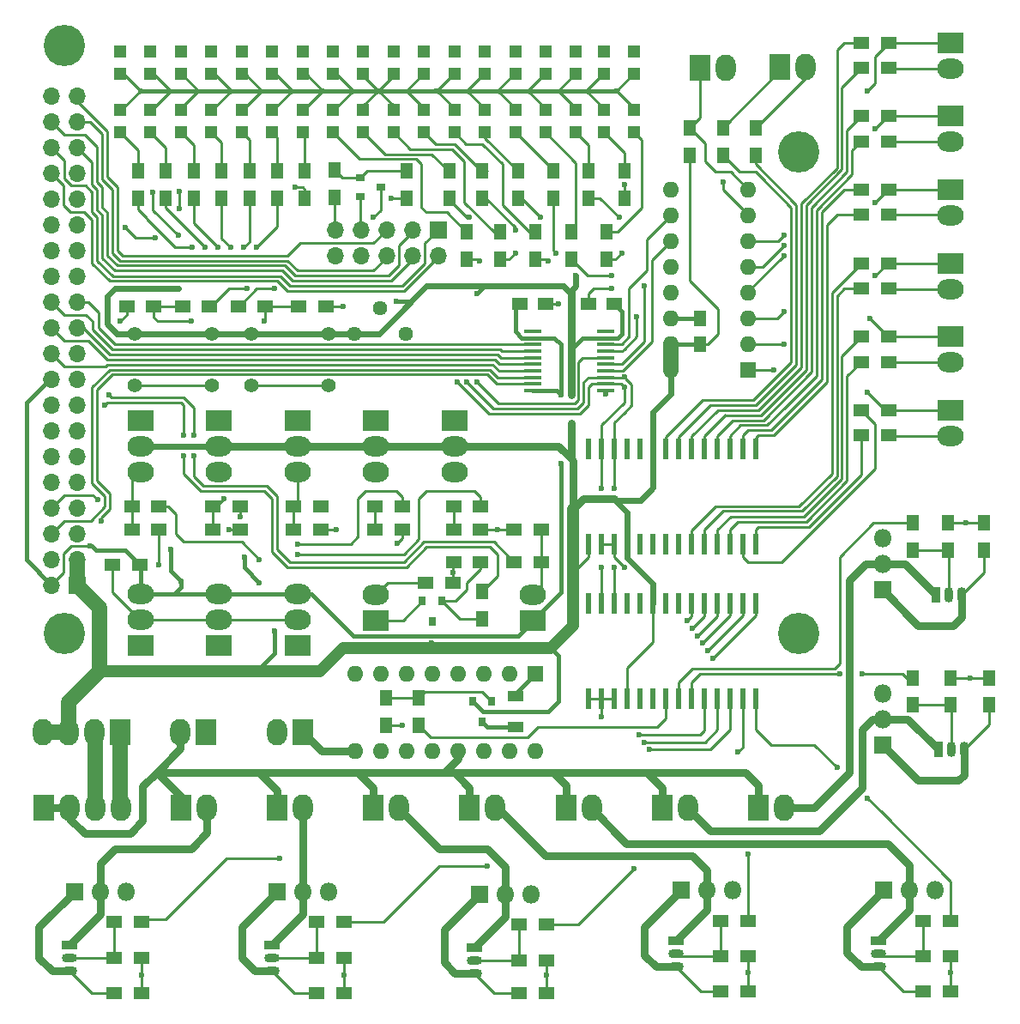
<source format=gbr>
G04 #@! TF.FileFunction,Copper,L1,Top,Signal*
%FSLAX46Y46*%
G04 Gerber Fmt 4.6, Leading zero omitted, Abs format (unit mm)*
G04 Created by KiCad (PCBNEW 4.0.7) date 02/18/18 01:44:55*
%MOMM*%
%LPD*%
G01*
G04 APERTURE LIST*
%ADD10C,0.100000*%
%ADD11R,2.600000X2.000000*%
%ADD12O,2.600000X2.000000*%
%ADD13R,1.800000X1.800000*%
%ADD14O,1.800000X1.800000*%
%ADD15C,4.064000*%
%ADD16R,1.300000X1.500000*%
%ADD17R,1.200000X1.200000*%
%ADD18R,1.600000X1.000000*%
%ADD19R,1.600000X1.600000*%
%ADD20O,1.600000X1.600000*%
%ADD21C,1.397000*%
%ADD22R,1.500000X1.300000*%
%ADD23R,2.000000X2.600000*%
%ADD24O,2.000000X2.600000*%
%ADD25R,1.700000X1.700000*%
%ADD26O,1.700000X1.700000*%
%ADD27R,1.750000X0.450000*%
%ADD28R,0.600000X2.000000*%
%ADD29C,1.440000*%
%ADD30O,1.500000X0.900000*%
%ADD31R,1.500000X0.900000*%
%ADD32O,0.900000X1.500000*%
%ADD33R,0.900000X1.500000*%
%ADD34R,1.500000X1.250000*%
%ADD35R,1.250000X1.500000*%
%ADD36R,0.900000X0.800000*%
%ADD37R,0.800000X0.900000*%
%ADD38C,0.600000*%
%ADD39C,0.400000*%
%ADD40C,0.250000*%
%ADD41C,0.800000*%
%ADD42C,0.600000*%
%ADD43C,1.200000*%
%ADD44C,1.500000*%
G04 APERTURE END LIST*
D10*
D11*
X67700000Y-90530000D03*
D12*
X67700000Y-87990000D03*
D11*
X59950000Y-70780000D03*
D12*
X59950000Y-73320000D03*
X59950000Y-75860000D03*
D13*
X102325000Y-117155000D03*
D14*
X104865000Y-117155000D03*
X107405000Y-117155000D03*
D13*
X82325000Y-117155000D03*
D14*
X84865000Y-117155000D03*
X87405000Y-117155000D03*
D13*
X102200000Y-102780000D03*
D14*
X102200000Y-100240000D03*
X102200000Y-97700000D03*
D13*
X62450000Y-117530000D03*
D14*
X64990000Y-117530000D03*
X67530000Y-117530000D03*
D13*
X42450000Y-117280000D03*
D14*
X44990000Y-117280000D03*
X47530000Y-117280000D03*
D13*
X22450000Y-117280000D03*
D14*
X24990000Y-117280000D03*
X27530000Y-117280000D03*
D13*
X102200000Y-87530000D03*
D14*
X102200000Y-84990000D03*
X102200000Y-82450000D03*
D15*
X93950000Y-44280000D03*
D16*
X69700000Y-46180000D03*
X69700000Y-48880000D03*
X67950000Y-52180000D03*
X67950000Y-54880000D03*
X66200000Y-46180000D03*
X66200000Y-48880000D03*
D17*
X65950000Y-42380000D03*
X65950000Y-40180000D03*
X59950000Y-42380000D03*
X59950000Y-40180000D03*
X62950000Y-42380000D03*
X62950000Y-40180000D03*
X65950000Y-34430000D03*
X65950000Y-36630000D03*
X62950000Y-34430000D03*
X62950000Y-36630000D03*
X59950000Y-34430000D03*
X59950000Y-36630000D03*
D15*
X93950000Y-91780000D03*
D16*
X61200000Y-52180000D03*
X61200000Y-54880000D03*
X59450000Y-46180000D03*
X59450000Y-48880000D03*
X64450000Y-52180000D03*
X64450000Y-54880000D03*
X62700000Y-46180000D03*
X62700000Y-48880000D03*
X71450000Y-52180000D03*
X71450000Y-54880000D03*
X74950000Y-52180000D03*
X74950000Y-54880000D03*
X73200000Y-46180000D03*
X73200000Y-48880000D03*
X76700000Y-46180000D03*
X76700000Y-48880000D03*
X39700000Y-46180000D03*
X39700000Y-48880000D03*
X42450000Y-46180000D03*
X42450000Y-48880000D03*
D17*
X47950000Y-42380000D03*
X47950000Y-40180000D03*
X50950000Y-42380000D03*
X50950000Y-40180000D03*
X53950000Y-42380000D03*
X53950000Y-40180000D03*
X56950000Y-42380000D03*
X56950000Y-40180000D03*
X47950000Y-34430000D03*
X47950000Y-36630000D03*
X50950000Y-34430000D03*
X50950000Y-36630000D03*
X53950000Y-34430000D03*
X53950000Y-36630000D03*
X56950000Y-34430000D03*
X56950000Y-36630000D03*
X68950000Y-42380000D03*
X68950000Y-40180000D03*
X77700000Y-42380000D03*
X77700000Y-40180000D03*
X71950000Y-42380000D03*
X71950000Y-40180000D03*
X74700000Y-42380000D03*
X74700000Y-40180000D03*
X68950000Y-34430000D03*
X68950000Y-36630000D03*
X71950000Y-34430000D03*
X71950000Y-36630000D03*
X77700000Y-34430000D03*
X77700000Y-36630000D03*
X74700000Y-34430000D03*
X74700000Y-36630000D03*
X38950000Y-42380000D03*
X38950000Y-40180000D03*
X41950000Y-42380000D03*
X41950000Y-40180000D03*
D18*
X65950000Y-101030000D03*
X65950000Y-98030000D03*
D15*
X21450000Y-33780000D03*
D19*
X88950000Y-65780000D03*
D20*
X81330000Y-48000000D03*
X88950000Y-63240000D03*
X81330000Y-50540000D03*
X88950000Y-60700000D03*
X81330000Y-53080000D03*
X88950000Y-58160000D03*
X81330000Y-55620000D03*
X88950000Y-55620000D03*
X81330000Y-58160000D03*
X88950000Y-53080000D03*
X81330000Y-60700000D03*
X88950000Y-50540000D03*
X81330000Y-63240000D03*
X88950000Y-48000000D03*
X81330000Y-65780000D03*
D21*
X39890000Y-67320000D03*
X39890000Y-62240000D03*
X47510000Y-67320000D03*
X47510000Y-62240000D03*
X28390000Y-67320000D03*
X28390000Y-62240000D03*
X36010000Y-67320000D03*
X36010000Y-62240000D03*
D22*
X41300000Y-59530000D03*
X38600000Y-59530000D03*
X44600000Y-59530000D03*
X47300000Y-59530000D03*
X33100000Y-59530000D03*
X35800000Y-59530000D03*
X30300000Y-59530000D03*
X27600000Y-59530000D03*
D16*
X28700000Y-46180000D03*
X28700000Y-48880000D03*
X31450000Y-46180000D03*
X31450000Y-48880000D03*
X34200000Y-46180000D03*
X34200000Y-48880000D03*
X36950000Y-46180000D03*
X36950000Y-48880000D03*
X45200000Y-46180000D03*
X45200000Y-48880000D03*
D17*
X26950000Y-42380000D03*
X26950000Y-40180000D03*
X29950000Y-42380000D03*
X29950000Y-40180000D03*
X32950000Y-42380000D03*
X32950000Y-40180000D03*
X35950000Y-42380000D03*
X35950000Y-40180000D03*
X26950000Y-34430000D03*
X26950000Y-36630000D03*
X29950000Y-34430000D03*
X29950000Y-36630000D03*
X32950000Y-34430000D03*
X32950000Y-36630000D03*
X35950000Y-34430000D03*
X35950000Y-36630000D03*
X38950000Y-34430000D03*
X38950000Y-36630000D03*
X41950000Y-34430000D03*
X41950000Y-36630000D03*
X44950000Y-34430000D03*
X44950000Y-36630000D03*
X44950000Y-42380000D03*
X44950000Y-40180000D03*
D11*
X52200000Y-90530000D03*
D12*
X52200000Y-87990000D03*
D23*
X70950000Y-109030000D03*
D24*
X73490000Y-109030000D03*
D23*
X61450000Y-109030000D03*
D24*
X63990000Y-109030000D03*
D23*
X51950000Y-109030000D03*
D24*
X54490000Y-109030000D03*
D23*
X42450000Y-109030000D03*
D24*
X44990000Y-109030000D03*
D23*
X32950000Y-109030000D03*
D24*
X35490000Y-109030000D03*
D11*
X28950000Y-93030000D03*
D12*
X28950000Y-90490000D03*
X28950000Y-87950000D03*
D11*
X36700000Y-93030000D03*
D12*
X36700000Y-90490000D03*
X36700000Y-87950000D03*
D11*
X44450000Y-93030000D03*
D12*
X44450000Y-90490000D03*
X44450000Y-87950000D03*
D23*
X92075000Y-35905000D03*
D24*
X94615000Y-35905000D03*
D11*
X108950000Y-33530000D03*
D12*
X108950000Y-36070000D03*
D11*
X108950000Y-40780000D03*
D12*
X108950000Y-43320000D03*
D11*
X108950000Y-48030000D03*
D12*
X108950000Y-50570000D03*
D11*
X108950000Y-55280000D03*
D12*
X108950000Y-57820000D03*
D11*
X108950000Y-62530000D03*
D12*
X108950000Y-65070000D03*
D11*
X108950000Y-69780000D03*
D12*
X108950000Y-72320000D03*
D23*
X44950000Y-101530000D03*
D24*
X42410000Y-101530000D03*
D23*
X84200000Y-36030000D03*
D24*
X86740000Y-36030000D03*
D25*
X58350000Y-52030000D03*
D26*
X58350000Y-54570000D03*
X55810000Y-52030000D03*
X55810000Y-54570000D03*
X53270000Y-52030000D03*
X53270000Y-54570000D03*
X50730000Y-52030000D03*
X50730000Y-54570000D03*
X48190000Y-52030000D03*
X48190000Y-54570000D03*
D23*
X89950000Y-109030000D03*
D24*
X92490000Y-109030000D03*
D23*
X80450000Y-109030000D03*
D24*
X82990000Y-109030000D03*
D23*
X19450000Y-109030000D03*
D24*
X21990000Y-109030000D03*
X24530000Y-109030000D03*
X27070000Y-109030000D03*
D23*
X26950000Y-101530000D03*
D24*
X24410000Y-101530000D03*
X21870000Y-101530000D03*
X19330000Y-101530000D03*
D27*
X67650000Y-62005000D03*
X67650000Y-62655000D03*
X67650000Y-63305000D03*
X67650000Y-63955000D03*
X67650000Y-64605000D03*
X67650000Y-65255000D03*
X67650000Y-65905000D03*
X67650000Y-66555000D03*
X67650000Y-67205000D03*
X67650000Y-67855000D03*
X74850000Y-67855000D03*
X74850000Y-67205000D03*
X74850000Y-66555000D03*
X74850000Y-65905000D03*
X74850000Y-65255000D03*
X74850000Y-64605000D03*
X74850000Y-63955000D03*
X74850000Y-63305000D03*
X74850000Y-62655000D03*
X74850000Y-62005000D03*
D28*
X89705000Y-73580000D03*
X88435000Y-73580000D03*
X87165000Y-73580000D03*
X85895000Y-73580000D03*
X84625000Y-73580000D03*
X83355000Y-73580000D03*
X82085000Y-73580000D03*
X80815000Y-73580000D03*
X79545000Y-73580000D03*
X78275000Y-73580000D03*
X77005000Y-73580000D03*
X75735000Y-73580000D03*
X74465000Y-73580000D03*
X73195000Y-73580000D03*
X73195000Y-82980000D03*
X74465000Y-82980000D03*
X75735000Y-82980000D03*
X77005000Y-82980000D03*
X78275000Y-82980000D03*
X79545000Y-82980000D03*
X80815000Y-82980000D03*
X82085000Y-82980000D03*
X83355000Y-82980000D03*
X84625000Y-82980000D03*
X85895000Y-82980000D03*
X87165000Y-82980000D03*
X88435000Y-82980000D03*
X89705000Y-82980000D03*
D29*
X50070000Y-62230000D03*
X52610000Y-59690000D03*
X55150000Y-62230000D03*
D22*
X108925000Y-127155000D03*
X106225000Y-127155000D03*
X88925000Y-127155000D03*
X86225000Y-127155000D03*
X69050000Y-127280000D03*
X66350000Y-127280000D03*
X49050000Y-127280000D03*
X46350000Y-127280000D03*
X29050000Y-127280000D03*
X26350000Y-127280000D03*
X108925000Y-123655000D03*
X106225000Y-123655000D03*
X88925000Y-123655000D03*
X86225000Y-123655000D03*
X69050000Y-124030000D03*
X66350000Y-124030000D03*
X49050000Y-123780000D03*
X46350000Y-123780000D03*
X29050000Y-123780000D03*
X26350000Y-123780000D03*
X106225000Y-120155000D03*
X108925000Y-120155000D03*
X86225000Y-120155000D03*
X88925000Y-120155000D03*
X66350000Y-120530000D03*
X69050000Y-120530000D03*
X46350000Y-120280000D03*
X49050000Y-120280000D03*
X26350000Y-120280000D03*
X29050000Y-120280000D03*
X59800000Y-86780000D03*
X57100000Y-86780000D03*
X62550000Y-84780000D03*
X59850000Y-84780000D03*
D16*
X112200000Y-80930000D03*
X112200000Y-83630000D03*
X112700000Y-96180000D03*
X112700000Y-98880000D03*
X108700000Y-80930000D03*
X108700000Y-83630000D03*
X108950000Y-96180000D03*
X108950000Y-98880000D03*
X62700000Y-90380000D03*
X62700000Y-87680000D03*
X105200000Y-83630000D03*
X105200000Y-80930000D03*
X105200000Y-98880000D03*
X105200000Y-96180000D03*
D22*
X28100000Y-79280000D03*
X30800000Y-79280000D03*
D16*
X83200000Y-44630000D03*
X83200000Y-41930000D03*
D22*
X28100000Y-81530000D03*
X30800000Y-81530000D03*
X102800000Y-57780000D03*
X100100000Y-57780000D03*
X102800000Y-55280000D03*
X100100000Y-55280000D03*
X68550000Y-84780000D03*
X65850000Y-84780000D03*
X68550000Y-81530000D03*
X65850000Y-81530000D03*
D16*
X89700000Y-41930000D03*
X89700000Y-44630000D03*
X86450000Y-41930000D03*
X86450000Y-44630000D03*
D22*
X102800000Y-43280000D03*
X100100000Y-43280000D03*
X102800000Y-65030000D03*
X100100000Y-65030000D03*
X102800000Y-40780000D03*
X100100000Y-40780000D03*
X102800000Y-62530000D03*
X100100000Y-62530000D03*
D16*
X53200000Y-98180000D03*
X53200000Y-100880000D03*
X56450000Y-98180000D03*
X56450000Y-100880000D03*
X55200000Y-48880000D03*
X55200000Y-46180000D03*
X48150000Y-46080000D03*
X48150000Y-48780000D03*
D22*
X26200000Y-85030000D03*
X28900000Y-85030000D03*
X102800000Y-36030000D03*
X100100000Y-36030000D03*
X102800000Y-50530000D03*
X100100000Y-50530000D03*
X102800000Y-72280000D03*
X100100000Y-72280000D03*
X102800000Y-33530000D03*
X100100000Y-33530000D03*
X102800000Y-48030000D03*
X100100000Y-48030000D03*
X102800000Y-69780000D03*
X100100000Y-69780000D03*
D30*
X101825000Y-123425000D03*
X101825000Y-124695000D03*
D31*
X101825000Y-122155000D03*
D30*
X81825000Y-123425000D03*
X81825000Y-124695000D03*
D31*
X81825000Y-122155000D03*
D30*
X61950000Y-124050000D03*
X61950000Y-125320000D03*
D31*
X61950000Y-122780000D03*
D30*
X41950000Y-123800000D03*
X41950000Y-125070000D03*
D31*
X41950000Y-122530000D03*
D30*
X21950000Y-123800000D03*
X21950000Y-125070000D03*
D31*
X21950000Y-122530000D03*
D32*
X108720000Y-88030000D03*
X109990000Y-88030000D03*
D33*
X107450000Y-88030000D03*
D32*
X108970000Y-103280000D03*
X110240000Y-103280000D03*
D33*
X107700000Y-103280000D03*
D25*
X22700000Y-87030000D03*
D26*
X20160000Y-87030000D03*
X22700000Y-84490000D03*
X20160000Y-84490000D03*
X22700000Y-81950000D03*
X20160000Y-81950000D03*
X22700000Y-79410000D03*
X20160000Y-79410000D03*
X22700000Y-76870000D03*
X20160000Y-76870000D03*
X22700000Y-74330000D03*
X20160000Y-74330000D03*
X22700000Y-71790000D03*
X20160000Y-71790000D03*
X22700000Y-69250000D03*
X20160000Y-69250000D03*
X22700000Y-66710000D03*
X20160000Y-66710000D03*
X22700000Y-64170000D03*
X20160000Y-64170000D03*
X22700000Y-61630000D03*
X20160000Y-61630000D03*
X22700000Y-59090000D03*
X20160000Y-59090000D03*
X22700000Y-56550000D03*
X20160000Y-56550000D03*
X22700000Y-54010000D03*
X20160000Y-54010000D03*
X22700000Y-51470000D03*
X20160000Y-51470000D03*
X22700000Y-48930000D03*
X20160000Y-48930000D03*
X22700000Y-46390000D03*
X20160000Y-46390000D03*
X22700000Y-43850000D03*
X20160000Y-43850000D03*
X22700000Y-41310000D03*
X20160000Y-41310000D03*
X22700000Y-38770000D03*
X20160000Y-38770000D03*
D34*
X75700000Y-59280000D03*
X73200000Y-59280000D03*
X68950000Y-59280000D03*
X66450000Y-59280000D03*
D35*
X84200000Y-63280000D03*
X84200000Y-60780000D03*
D19*
X67950000Y-95780000D03*
D20*
X50170000Y-103400000D03*
X65410000Y-95780000D03*
X52710000Y-103400000D03*
X62870000Y-95780000D03*
X55250000Y-103400000D03*
X60330000Y-95780000D03*
X57790000Y-103400000D03*
X57790000Y-95780000D03*
X60330000Y-103400000D03*
X55250000Y-95780000D03*
X62870000Y-103400000D03*
X52710000Y-95780000D03*
X65410000Y-103400000D03*
X50170000Y-95780000D03*
X67950000Y-103400000D03*
D28*
X89705000Y-88830000D03*
X88435000Y-88830000D03*
X87165000Y-88830000D03*
X85895000Y-88830000D03*
X84625000Y-88830000D03*
X83355000Y-88830000D03*
X82085000Y-88830000D03*
X80815000Y-88830000D03*
X79545000Y-88830000D03*
X78275000Y-88830000D03*
X77005000Y-88830000D03*
X75735000Y-88830000D03*
X74465000Y-88830000D03*
X73195000Y-88830000D03*
X73195000Y-98230000D03*
X74465000Y-98230000D03*
X75735000Y-98230000D03*
X77005000Y-98230000D03*
X78275000Y-98230000D03*
X79545000Y-98230000D03*
X80815000Y-98230000D03*
X82085000Y-98230000D03*
X83355000Y-98230000D03*
X84625000Y-98230000D03*
X85895000Y-98230000D03*
X87165000Y-98230000D03*
X88435000Y-98230000D03*
X89705000Y-98230000D03*
D15*
X21450000Y-91780000D03*
D36*
X50700000Y-46830000D03*
X50700000Y-48730000D03*
X52700000Y-47780000D03*
D37*
X63650000Y-98530000D03*
X61750000Y-98530000D03*
X62700000Y-100530000D03*
X58700000Y-88630000D03*
X56800000Y-88630000D03*
X57750000Y-90630000D03*
D22*
X36100000Y-81530000D03*
X38800000Y-81530000D03*
X36100000Y-79280000D03*
X38800000Y-79280000D03*
X44100000Y-81530000D03*
X46800000Y-81530000D03*
X44100000Y-79280000D03*
X46800000Y-79280000D03*
X52100000Y-81530000D03*
X54800000Y-81530000D03*
X52100000Y-79280000D03*
X54800000Y-79280000D03*
X59850000Y-81530000D03*
X62550000Y-81530000D03*
X59850000Y-79280000D03*
X62550000Y-79280000D03*
D23*
X35450000Y-101530000D03*
D24*
X32910000Y-101530000D03*
D11*
X28950000Y-70780000D03*
D12*
X28950000Y-73320000D03*
X28950000Y-75860000D03*
D11*
X36700000Y-70780000D03*
D12*
X36700000Y-73320000D03*
X36700000Y-75860000D03*
D11*
X44450000Y-70780000D03*
D12*
X44450000Y-73320000D03*
X44450000Y-75860000D03*
D11*
X52200000Y-70780000D03*
D12*
X52200000Y-73320000D03*
X52200000Y-75860000D03*
D38*
X57750000Y-90630000D03*
X57700000Y-92780000D03*
X51950000Y-50780000D03*
X71450000Y-72030000D03*
X71450000Y-71030000D03*
X39200000Y-84280000D03*
X40650000Y-86780000D03*
X54200000Y-59030000D03*
X62200000Y-58280000D03*
X32750000Y-57780000D03*
X71474998Y-67280000D03*
X42200000Y-91530000D03*
X71450000Y-68280000D03*
X71950000Y-56530000D03*
X30200000Y-48280000D03*
X32700000Y-52530000D03*
X76700000Y-85280000D03*
X70200000Y-59280000D03*
X75450000Y-57780000D03*
X37700000Y-81530000D03*
X74850000Y-68230000D03*
X78275000Y-73580000D03*
X78275000Y-88830000D03*
X74450000Y-100030000D03*
X28950000Y-38280000D03*
X75950000Y-38280000D03*
X58200000Y-38280000D03*
X52450000Y-38280000D03*
X46950000Y-38280000D03*
X48300000Y-81530000D03*
X54325000Y-82905000D03*
X110850000Y-96180000D03*
X54775000Y-100880000D03*
X30800000Y-85005000D03*
X64200000Y-81530000D03*
X59800000Y-85780000D03*
X110450000Y-80930000D03*
X48950000Y-59530000D03*
X26950000Y-61030000D03*
X108925000Y-125280000D03*
X88925000Y-125280000D03*
X69050000Y-125530000D03*
X49050000Y-125530000D03*
X29050000Y-125530000D03*
X70450000Y-68280000D03*
X32950000Y-86680000D03*
X31925000Y-83555000D03*
X70450000Y-75030000D03*
X24000600Y-83211800D03*
X65950000Y-101030000D03*
X25084600Y-80703200D03*
X100700000Y-68030000D03*
X91450000Y-65780000D03*
X101450000Y-49280000D03*
X92450000Y-54530000D03*
X100700000Y-38280000D03*
X92450000Y-52530000D03*
X100950000Y-60780000D03*
X92450000Y-63280000D03*
X92450000Y-53530000D03*
X101450000Y-42030000D03*
X86450000Y-47280000D03*
X86450000Y-42030000D03*
X101450000Y-56530000D03*
X92450000Y-60030000D03*
X27450000Y-51780000D03*
X30450000Y-52780000D03*
X53750000Y-48880000D03*
X34200000Y-72280000D03*
X34200000Y-74280000D03*
X25872000Y-68308000D03*
X100200000Y-95780000D03*
X97950000Y-95780000D03*
X42700000Y-114030000D03*
X78200000Y-101780000D03*
X63200000Y-114780000D03*
X78700000Y-102530000D03*
X77700000Y-115030000D03*
X79200000Y-103280000D03*
X87950000Y-103530000D03*
X88950000Y-113530000D03*
X100700000Y-108030000D03*
X97700000Y-105030000D03*
X76700000Y-66530000D03*
X75700000Y-85280000D03*
X75700000Y-77530000D03*
X61200000Y-67030000D03*
X76700000Y-67530000D03*
X60200000Y-67030000D03*
X74450000Y-85280000D03*
X74450000Y-77530000D03*
X78700000Y-57530000D03*
X77950000Y-60530000D03*
X44950000Y-34430000D03*
X41950000Y-34430000D03*
X38950000Y-34430000D03*
X35950000Y-34430000D03*
X32950000Y-34430000D03*
X29950000Y-34430000D03*
X26950000Y-34430000D03*
X33200000Y-74280000D03*
X33200000Y-72280000D03*
X25450000Y-69280000D03*
X44200000Y-47780000D03*
X37850000Y-53730000D03*
X36600000Y-53730000D03*
X35350000Y-53730000D03*
X34050000Y-53730000D03*
X34000000Y-61030000D03*
X39450000Y-57780000D03*
X41200000Y-61030000D03*
X42200000Y-57780000D03*
X32800000Y-48180000D03*
X32800000Y-49930000D03*
X62200000Y-67030000D03*
X24729000Y-78595000D03*
X26200000Y-85030000D03*
X74700000Y-34430000D03*
X77700000Y-34430000D03*
X71950000Y-34430000D03*
X68950000Y-34430000D03*
X56950000Y-34430000D03*
X53950000Y-34430000D03*
X50950000Y-34430000D03*
X47950000Y-34430000D03*
X40400000Y-53730000D03*
X39150000Y-53730000D03*
X76700000Y-47530000D03*
X76200000Y-50780000D03*
X76450000Y-54280000D03*
X75450000Y-56530000D03*
X65950000Y-52030000D03*
X65950000Y-54280000D03*
X61450000Y-50780000D03*
X62450000Y-55030000D03*
X59950000Y-34430000D03*
X62950000Y-34430000D03*
X65950000Y-34430000D03*
X85450000Y-94280000D03*
X84950000Y-93530000D03*
X84450000Y-92780000D03*
X68450000Y-50780000D03*
X83950000Y-92030000D03*
X69200000Y-55030000D03*
X83450000Y-91280000D03*
X69950000Y-54280000D03*
X82950000Y-90530000D03*
X40700000Y-84530000D03*
X37200000Y-78530000D03*
X52100000Y-79280000D03*
X38800000Y-80330000D03*
X46700000Y-79280000D03*
X44450000Y-83030000D03*
X59850000Y-79280000D03*
X44450000Y-84030000D03*
D39*
X69200000Y-99530000D02*
X62750000Y-99530000D01*
X62750000Y-99530000D02*
X61750000Y-98530000D01*
D40*
X57700000Y-93280000D02*
X57700000Y-92780000D01*
X57700000Y-93280000D02*
X57700000Y-93030000D01*
X57700000Y-93030000D02*
X57700000Y-93280000D01*
X52700000Y-50030000D02*
X52700000Y-47780000D01*
X51950000Y-50780000D02*
X52700000Y-50030000D01*
D41*
X71450000Y-71030000D02*
X71450000Y-72030000D01*
X71450000Y-72030000D02*
X71450000Y-74530000D01*
D39*
X76450000Y-60780000D02*
X76450000Y-60030000D01*
X76450000Y-60030000D02*
X75700000Y-59280000D01*
X81330000Y-63240000D02*
X84160000Y-63240000D01*
X84160000Y-63240000D02*
X84200000Y-63280000D01*
X74850000Y-62655000D02*
X72575000Y-62655000D01*
X72575000Y-62655000D02*
X71450000Y-63780000D01*
X39200000Y-85330000D02*
X40650000Y-86780000D01*
X39200000Y-85330000D02*
X39200000Y-84280000D01*
X42200000Y-91530000D02*
X42200000Y-93780000D01*
X42200000Y-93780000D02*
X40450000Y-95530000D01*
X74850000Y-62655000D02*
X76075000Y-62655000D01*
X76450000Y-62280000D02*
X76450000Y-60780000D01*
X76075000Y-62655000D02*
X76450000Y-62280000D01*
X55650000Y-59030000D02*
X54200000Y-59030000D01*
D40*
X55700000Y-59030000D02*
X55650000Y-59030000D01*
D39*
X62200000Y-58280000D02*
X62950000Y-57530000D01*
D42*
X30300000Y-57780000D02*
X32750000Y-57780000D01*
X36700000Y-73320000D02*
X28950000Y-73320000D01*
D41*
X71450000Y-67280000D02*
X71474998Y-67280000D01*
D43*
X55700000Y-93280000D02*
X56700000Y-93280000D01*
X65700000Y-93280000D02*
X69450000Y-93280000D01*
X56700000Y-93280000D02*
X57700000Y-93280000D01*
X57700000Y-93280000D02*
X65700000Y-93280000D01*
D41*
X71700000Y-79530000D02*
X71700000Y-74780000D01*
X71700000Y-74780000D02*
X71450000Y-74530000D01*
D43*
X28200000Y-95530000D02*
X24950000Y-95530000D01*
X40450000Y-95530000D02*
X28200000Y-95530000D01*
D44*
X24950000Y-91280000D02*
X24950000Y-95530000D01*
X21870000Y-98610000D02*
X21870000Y-101530000D01*
X24950000Y-95530000D02*
X21870000Y-98610000D01*
D43*
X42200000Y-95530000D02*
X40450000Y-95530000D01*
D44*
X22700000Y-87030000D02*
X22700000Y-84490000D01*
X19330000Y-101530000D02*
X21870000Y-101530000D01*
X21870000Y-101530000D02*
X21950000Y-101450000D01*
X24950000Y-91280000D02*
X24950000Y-89280000D01*
X24950000Y-89280000D02*
X22700000Y-87030000D01*
D42*
X77005000Y-82980000D02*
X77005000Y-79835000D01*
X77005000Y-79835000D02*
X75825000Y-78655000D01*
D41*
X59950000Y-73320000D02*
X70240000Y-73320000D01*
X70240000Y-73320000D02*
X71450000Y-74530000D01*
X71450000Y-63780000D02*
X71450000Y-67280000D01*
X71450000Y-67280000D02*
X71450000Y-68280000D01*
D42*
X79545000Y-73580000D02*
X79545000Y-69935000D01*
X81330000Y-68150000D02*
X81330000Y-65780000D01*
X79545000Y-69935000D02*
X81330000Y-68150000D01*
D40*
X83200000Y-44630000D02*
X83200000Y-57030000D01*
X84950000Y-63280000D02*
X84200000Y-63280000D01*
X85950000Y-62280000D02*
X84950000Y-63280000D01*
X85950000Y-59780000D02*
X85950000Y-62280000D01*
X83200000Y-57030000D02*
X85950000Y-59780000D01*
D44*
X81330000Y-65780000D02*
X81330000Y-63240000D01*
D41*
X71450000Y-60030000D02*
X71450000Y-63780000D01*
X71450000Y-58280000D02*
X71450000Y-60030000D01*
D40*
X73195000Y-82980000D02*
X73195000Y-84285000D01*
X73195000Y-84285000D02*
X71700000Y-85780000D01*
D42*
X75825000Y-78655000D02*
X78325000Y-78655000D01*
X78325000Y-78655000D02*
X79545000Y-77435000D01*
X79545000Y-77435000D02*
X79545000Y-73580000D01*
X77005000Y-82980000D02*
X77005000Y-84335000D01*
X79545000Y-86875000D02*
X79545000Y-88830000D01*
X77005000Y-84335000D02*
X79545000Y-86875000D01*
X75700000Y-78530000D02*
X75825000Y-78655000D01*
D41*
X72700000Y-78530000D02*
X75700000Y-78530000D01*
X71700000Y-79530000D02*
X72700000Y-78530000D01*
D43*
X42200000Y-95530000D02*
X46700000Y-95530000D01*
X48950000Y-93280000D02*
X55700000Y-93280000D01*
X46700000Y-95530000D02*
X48950000Y-93280000D01*
X71700000Y-91030000D02*
X71700000Y-85780000D01*
X69450000Y-93280000D02*
X71700000Y-91030000D01*
X71700000Y-85780000D02*
X71700000Y-79530000D01*
D42*
X56700000Y-58030000D02*
X57200000Y-57530000D01*
X56700000Y-58030000D02*
X55700000Y-59030000D01*
X55700000Y-59030000D02*
X54950000Y-59780000D01*
X57200000Y-57530000D02*
X61450000Y-57530000D01*
X70700000Y-57530000D02*
X71075000Y-57905000D01*
X71075000Y-57905000D02*
X71450000Y-58280000D01*
X62950000Y-57530000D02*
X70700000Y-57530000D01*
X61450000Y-57530000D02*
X62950000Y-57530000D01*
D41*
X71450000Y-58030000D02*
X71450000Y-58280000D01*
D42*
X71450000Y-58030000D02*
X71950000Y-57530000D01*
X71950000Y-57530000D02*
X71950000Y-56530000D01*
D41*
X36700000Y-73320000D02*
X44450000Y-73320000D01*
X44450000Y-73320000D02*
X52200000Y-73320000D01*
X52200000Y-73320000D02*
X59950000Y-73320000D01*
D40*
X77005000Y-98230000D02*
X77005000Y-95225000D01*
X77005000Y-95225000D02*
X79545000Y-92685000D01*
X79545000Y-92685000D02*
X79545000Y-88830000D01*
X30200000Y-50030000D02*
X32700000Y-52530000D01*
X30200000Y-50030000D02*
X30200000Y-48280000D01*
D42*
X50070000Y-62230000D02*
X52500000Y-62230000D01*
X52500000Y-62230000D02*
X54950000Y-59780000D01*
X28390000Y-62240000D02*
X26660000Y-62240000D01*
X26450000Y-57780000D02*
X30300000Y-57780000D01*
X25700000Y-58530000D02*
X26450000Y-57780000D01*
X25700000Y-61280000D02*
X25700000Y-58530000D01*
X26660000Y-62240000D02*
X25700000Y-61280000D01*
X39890000Y-62240000D02*
X36010000Y-62240000D01*
X36010000Y-62240000D02*
X28390000Y-62240000D01*
X50070000Y-62230000D02*
X47520000Y-62230000D01*
X47520000Y-62230000D02*
X47510000Y-62240000D01*
X47510000Y-62240000D02*
X39890000Y-62240000D01*
D40*
X50060000Y-62240000D02*
X50070000Y-62230000D01*
X50730000Y-54570000D02*
X50810000Y-54570000D01*
X81370000Y-63280000D02*
X81330000Y-63240000D01*
X81370000Y-63280000D02*
X81330000Y-63240000D01*
D39*
X69450000Y-93280000D02*
X70200000Y-94030000D01*
X70200000Y-94030000D02*
X70200000Y-98530000D01*
X70200000Y-98530000D02*
X69200000Y-99530000D01*
X65950000Y-98030000D02*
X65950000Y-97780000D01*
X65950000Y-97780000D02*
X67950000Y-95780000D01*
D40*
X75735000Y-82980000D02*
X75735000Y-84315000D01*
X75735000Y-84315000D02*
X76700000Y-85280000D01*
X68950000Y-59280000D02*
X70200000Y-59280000D01*
X73200000Y-59280000D02*
X73200000Y-58280000D01*
X73700000Y-57780000D02*
X75450000Y-57780000D01*
X73200000Y-58280000D02*
X73700000Y-57780000D01*
D39*
X81330000Y-60700000D02*
X84120000Y-60700000D01*
X84120000Y-60700000D02*
X84200000Y-60780000D01*
D40*
X38800000Y-81530000D02*
X37700000Y-81530000D01*
X74850000Y-67855000D02*
X74850000Y-68230000D01*
X74465000Y-98230000D02*
X74465000Y-100015000D01*
X74465000Y-100015000D02*
X74450000Y-100030000D01*
D44*
X26950000Y-101530000D02*
X26950000Y-108910000D01*
X26950000Y-108910000D02*
X27070000Y-109030000D01*
X24530000Y-109030000D02*
X24530000Y-101650000D01*
X24530000Y-101650000D02*
X24410000Y-101530000D01*
D40*
X65950000Y-97780000D02*
X67950000Y-95780000D01*
D39*
X70200000Y-38280000D02*
X67200000Y-38280000D01*
X67200000Y-38280000D02*
X64200000Y-38280000D01*
X64200000Y-38280000D02*
X61200000Y-38280000D01*
X72950000Y-38280000D02*
X70200000Y-38280000D01*
X72950000Y-38280000D02*
X75950000Y-38280000D01*
D40*
X77700000Y-40030000D02*
X75950000Y-38280000D01*
X77600000Y-36630000D02*
X75950000Y-38280000D01*
D39*
X58200000Y-38280000D02*
X61200000Y-38280000D01*
X55200000Y-38280000D02*
X58200000Y-38280000D01*
D40*
X59850000Y-36630000D02*
X58200000Y-38280000D01*
X59950000Y-40030000D02*
X58200000Y-38280000D01*
D39*
X55200000Y-38280000D02*
X52450000Y-38280000D01*
D40*
X53950000Y-36780000D02*
X52450000Y-38280000D01*
X53950000Y-39780000D02*
X52450000Y-38280000D01*
X50950000Y-39780000D02*
X52450000Y-38280000D01*
X50950000Y-36780000D02*
X52450000Y-38280000D01*
D39*
X49950000Y-38280000D02*
X52450000Y-38280000D01*
X46950000Y-38280000D02*
X49950000Y-38280000D01*
X43950000Y-38280000D02*
X46950000Y-38280000D01*
D40*
X45050000Y-40180000D02*
X46950000Y-38280000D01*
X45300000Y-36630000D02*
X46950000Y-38280000D01*
D39*
X28950000Y-38280000D02*
X31950000Y-38280000D01*
X31950000Y-38280000D02*
X34700000Y-38280000D01*
X34700000Y-38280000D02*
X37950000Y-38280000D01*
X37950000Y-38280000D02*
X40950000Y-38280000D01*
X40950000Y-38280000D02*
X43950000Y-38280000D01*
D40*
X46800000Y-81530000D02*
X48300000Y-81530000D01*
X54800000Y-81530000D02*
X54800000Y-82430000D01*
X54800000Y-82430000D02*
X54325000Y-82905000D01*
X53200000Y-100880000D02*
X54775000Y-100880000D01*
X30800000Y-81530000D02*
X30800000Y-85005000D01*
X38800000Y-81530000D02*
X38700000Y-81530000D01*
X65850000Y-81530000D02*
X64200000Y-81530000D01*
X64200000Y-81530000D02*
X62550000Y-81530000D01*
X59800000Y-86780000D02*
X59800000Y-85780000D01*
X59800000Y-85780000D02*
X59800000Y-84830000D01*
X59800000Y-84830000D02*
X59850000Y-84780000D01*
X59800000Y-84830000D02*
X59850000Y-84780000D01*
D39*
X65950000Y-98030000D02*
X65950000Y-97780000D01*
D40*
X74465000Y-82980000D02*
X75735000Y-82980000D01*
X108950000Y-96180000D02*
X110850000Y-96180000D01*
X110850000Y-96180000D02*
X112700000Y-96180000D01*
X81410000Y-60780000D02*
X81330000Y-60700000D01*
X73195000Y-98230000D02*
X74465000Y-98230000D01*
X74465000Y-98230000D02*
X75735000Y-98230000D01*
X77700000Y-36630000D02*
X77600000Y-36630000D01*
X47300000Y-59530000D02*
X48950000Y-59530000D01*
X27600000Y-59530000D02*
X27600000Y-60380000D01*
X27600000Y-60380000D02*
X26950000Y-61030000D01*
X47950000Y-36630000D02*
X48300000Y-36630000D01*
X48300000Y-36630000D02*
X49950000Y-38280000D01*
X47950000Y-40180000D02*
X48050000Y-40180000D01*
X48050000Y-40180000D02*
X49950000Y-38280000D01*
X44950000Y-36630000D02*
X45300000Y-36630000D01*
X44950000Y-40180000D02*
X45050000Y-40180000D01*
X41950000Y-36630000D02*
X42300000Y-36630000D01*
X42300000Y-36630000D02*
X43950000Y-38280000D01*
X41950000Y-40180000D02*
X42050000Y-40180000D01*
X42050000Y-40180000D02*
X43950000Y-38280000D01*
X50950000Y-36630000D02*
X50950000Y-36780000D01*
X50950000Y-40180000D02*
X50950000Y-39780000D01*
X53950000Y-40180000D02*
X53950000Y-39780000D01*
X53950000Y-36630000D02*
X53950000Y-36780000D01*
X56950000Y-40180000D02*
X56950000Y-40030000D01*
X56950000Y-40030000D02*
X55200000Y-38280000D01*
X56950000Y-36630000D02*
X56850000Y-36630000D01*
X56850000Y-36630000D02*
X55200000Y-38280000D01*
X59950000Y-40180000D02*
X59950000Y-40030000D01*
X59950000Y-36630000D02*
X59850000Y-36630000D01*
X62950000Y-40180000D02*
X62950000Y-40030000D01*
X62950000Y-40030000D02*
X61200000Y-38280000D01*
X62950000Y-36630000D02*
X62850000Y-36630000D01*
X62850000Y-36630000D02*
X61200000Y-38280000D01*
X65950000Y-40180000D02*
X65950000Y-40030000D01*
X65950000Y-40030000D02*
X64200000Y-38280000D01*
X65950000Y-36630000D02*
X65850000Y-36630000D01*
X65850000Y-36630000D02*
X64200000Y-38280000D01*
X68950000Y-40180000D02*
X68950000Y-40030000D01*
X68950000Y-40030000D02*
X67200000Y-38280000D01*
X68950000Y-36630000D02*
X68850000Y-36630000D01*
X68850000Y-36630000D02*
X67200000Y-38280000D01*
X71950000Y-40180000D02*
X71950000Y-40030000D01*
X71950000Y-40030000D02*
X70200000Y-38280000D01*
X71950000Y-36630000D02*
X71850000Y-36630000D01*
X71850000Y-36630000D02*
X70200000Y-38280000D01*
X74700000Y-40180000D02*
X74700000Y-40030000D01*
X74700000Y-40030000D02*
X72950000Y-38280000D01*
X74700000Y-36630000D02*
X74600000Y-36630000D01*
X74600000Y-36630000D02*
X72950000Y-38280000D01*
X38950000Y-36630000D02*
X39300000Y-36630000D01*
X39300000Y-36630000D02*
X40950000Y-38280000D01*
X38950000Y-40180000D02*
X39050000Y-40180000D01*
X39050000Y-40180000D02*
X40950000Y-38280000D01*
X35950000Y-36630000D02*
X36300000Y-36630000D01*
X36300000Y-36630000D02*
X37950000Y-38280000D01*
X35950000Y-40180000D02*
X36050000Y-40180000D01*
X36050000Y-40180000D02*
X37950000Y-38280000D01*
X32950000Y-36630000D02*
X33050000Y-36630000D01*
X33050000Y-36630000D02*
X34700000Y-38280000D01*
X32950000Y-40180000D02*
X32950000Y-40030000D01*
X32950000Y-40030000D02*
X34700000Y-38280000D01*
X29950000Y-36630000D02*
X30300000Y-36630000D01*
X30300000Y-36630000D02*
X31950000Y-38280000D01*
X29950000Y-40180000D02*
X30050000Y-40180000D01*
X30050000Y-40180000D02*
X31950000Y-38280000D01*
X26950000Y-36630000D02*
X27300000Y-36630000D01*
X27300000Y-36630000D02*
X28950000Y-38280000D01*
X26950000Y-40180000D02*
X27050000Y-40180000D01*
X27050000Y-40180000D02*
X28950000Y-38280000D01*
X77700000Y-40180000D02*
X77700000Y-40030000D01*
X77700000Y-36630000D02*
X77600000Y-36630000D01*
X48150000Y-48780000D02*
X48150000Y-51990000D01*
X48150000Y-51990000D02*
X48190000Y-52030000D01*
X48150000Y-51990000D02*
X48190000Y-52030000D01*
X48150000Y-51990000D02*
X48190000Y-52030000D01*
X108700000Y-80930000D02*
X110450000Y-80930000D01*
X110450000Y-80930000D02*
X112200000Y-80930000D01*
X69050000Y-124030000D02*
X69050000Y-125530000D01*
X69050000Y-125530000D02*
X69050000Y-127280000D01*
X29050000Y-127280000D02*
X29050000Y-125530000D01*
X29050000Y-125530000D02*
X29050000Y-123780000D01*
X49050000Y-127280000D02*
X49050000Y-125530000D01*
X49050000Y-125530000D02*
X49050000Y-123780000D01*
X108925000Y-127155000D02*
X108925000Y-125280000D01*
X108925000Y-125280000D02*
X108925000Y-123655000D01*
X88925000Y-127155000D02*
X88925000Y-125280000D01*
X88925000Y-125280000D02*
X88925000Y-123655000D01*
D39*
X65950000Y-60530000D02*
X65950000Y-59780000D01*
X65950000Y-59780000D02*
X66450000Y-59280000D01*
X32950000Y-86680000D02*
X31925000Y-85655000D01*
X31925000Y-85655000D02*
X31925000Y-83555000D01*
X32450000Y-87950000D02*
X32450000Y-87780000D01*
X32280000Y-87950000D02*
X32450000Y-87780000D01*
X32950000Y-87280000D02*
X32280000Y-87950000D01*
X32950000Y-87280000D02*
X32950000Y-86680000D01*
X67650000Y-62655000D02*
X66575000Y-62655000D01*
X65950000Y-62030000D02*
X65950000Y-60530000D01*
X66575000Y-62655000D02*
X65950000Y-62030000D01*
X67650000Y-62655000D02*
X69825000Y-62655000D01*
X69825000Y-62655000D02*
X70450000Y-63280000D01*
X70450000Y-63530000D02*
X70450000Y-63280000D01*
X67650000Y-67855000D02*
X70025000Y-67855000D01*
X70025000Y-67855000D02*
X70450000Y-68280000D01*
X70450000Y-87779998D02*
X70450000Y-75030000D01*
X67700000Y-90529998D02*
X70450000Y-87779998D01*
X20160000Y-66710000D02*
X20020000Y-66710000D01*
X20020000Y-66710000D02*
X17700000Y-69030000D01*
X17700000Y-84570000D02*
X20160000Y-87030000D01*
X17700000Y-69030000D02*
X17700000Y-84570000D01*
X67700000Y-90530000D02*
X67700000Y-90529998D01*
X24550000Y-83630000D02*
X27500000Y-83630000D01*
X24131800Y-83211800D02*
X24550000Y-83630000D01*
X24000600Y-83211800D02*
X24131800Y-83211800D01*
X27500000Y-83630000D02*
X28900000Y-85030000D01*
X44450000Y-87950000D02*
X45870000Y-87950000D01*
X66200000Y-92030000D02*
X67700000Y-90530000D01*
X49950000Y-92030000D02*
X66200000Y-92030000D01*
X45870000Y-87950000D02*
X49950000Y-92030000D01*
X28950000Y-84930000D02*
X28950000Y-87950000D01*
X28950000Y-87950000D02*
X32450000Y-87950000D01*
X32450000Y-87950000D02*
X36700000Y-87950000D01*
X36700000Y-87950000D02*
X44450000Y-87950000D01*
D40*
X20160000Y-87030000D02*
X20160000Y-87027000D01*
X20160000Y-87027000D02*
X21409800Y-85777200D01*
X22121000Y-83211800D02*
X24000600Y-83211800D01*
X21409800Y-83923000D02*
X22121000Y-83211800D01*
X21409800Y-85777200D02*
X21409800Y-83923000D01*
X20160000Y-66710000D02*
X20070000Y-66710000D01*
X20160000Y-87030000D02*
X20200000Y-87030000D01*
D39*
X70450000Y-68280000D02*
X70450000Y-63530000D01*
X65950000Y-101030000D02*
X63200000Y-101030000D01*
X63200000Y-101030000D02*
X62700000Y-100530000D01*
D41*
X54700000Y-105530000D02*
X58950000Y-105530000D01*
X58950000Y-105530000D02*
X60330000Y-104150000D01*
X60330000Y-104150000D02*
X60330000Y-103400000D01*
X21990000Y-109030000D02*
X21990000Y-110070000D01*
X21990000Y-110070000D02*
X23450000Y-111530000D01*
X23450000Y-111530000D02*
X27950000Y-111530000D01*
X27950000Y-111530000D02*
X29200000Y-110280000D01*
X29200000Y-110280000D02*
X29200000Y-106900000D01*
X29200000Y-106900000D02*
X30570000Y-105530000D01*
X19450000Y-109030000D02*
X21990000Y-109030000D01*
X78950000Y-105530000D02*
X88700000Y-105530000D01*
X89950000Y-106780000D02*
X89950000Y-109030000D01*
X88700000Y-105530000D02*
X89950000Y-106780000D01*
X80450000Y-109030000D02*
X80450000Y-107030000D01*
X80450000Y-107030000D02*
X78950000Y-105530000D01*
X77700000Y-105530000D02*
X78950000Y-105530000D01*
X69700000Y-105530000D02*
X77700000Y-105530000D01*
X70950000Y-109030000D02*
X70950000Y-106780000D01*
X70950000Y-106780000D02*
X69700000Y-105530000D01*
X61450000Y-109030000D02*
X61450000Y-107030000D01*
X61450000Y-107030000D02*
X59950000Y-105530000D01*
X51950000Y-109030000D02*
X51950000Y-107030000D01*
X51950000Y-107030000D02*
X50450000Y-105530000D01*
X42450000Y-109030000D02*
X42450000Y-107280000D01*
X42450000Y-107280000D02*
X40700000Y-105530000D01*
X69700000Y-105530000D02*
X59950000Y-105530000D01*
X59950000Y-105530000D02*
X54700000Y-105530000D01*
X54700000Y-105530000D02*
X50450000Y-105530000D01*
X50450000Y-105530000D02*
X40700000Y-105530000D01*
X40700000Y-105530000D02*
X39700000Y-105530000D01*
X39700000Y-105530000D02*
X30570000Y-105530000D01*
X32950000Y-109030000D02*
X32950000Y-107910000D01*
X32950000Y-107910000D02*
X30570000Y-105530000D01*
X32910000Y-101530000D02*
X32910000Y-103190000D01*
X32910000Y-103190000D02*
X30570000Y-105530000D01*
D40*
X67650000Y-67205000D02*
X64125000Y-67205000D01*
X64125000Y-67205000D02*
X63950000Y-67030000D01*
X25084600Y-80703200D02*
X25084600Y-80395400D01*
X63200000Y-66280000D02*
X63950000Y-67030000D01*
X26200000Y-66280000D02*
X63200000Y-66280000D01*
X24700000Y-67780000D02*
X26200000Y-66280000D01*
X24700000Y-76780000D02*
X24700000Y-67780000D01*
X25950000Y-78030000D02*
X24700000Y-76780000D01*
X25950000Y-79530000D02*
X25950000Y-78030000D01*
X25084600Y-80395400D02*
X25950000Y-79530000D01*
X24200000Y-67780000D02*
X24200000Y-67530000D01*
X24039500Y-80690500D02*
X25450000Y-79280000D01*
X25450000Y-79280000D02*
X25450000Y-78280000D01*
X25450000Y-78280000D02*
X24200000Y-77030000D01*
X24200000Y-77030000D02*
X24200000Y-67780000D01*
X22950000Y-80690500D02*
X24039500Y-80690500D01*
X64225000Y-66555000D02*
X67650000Y-66555000D01*
X63450000Y-65780000D02*
X64225000Y-66555000D01*
X25950000Y-65780000D02*
X63450000Y-65780000D01*
X24200000Y-67530000D02*
X25950000Y-65780000D01*
X20160000Y-81950000D02*
X20167500Y-81950000D01*
X20167500Y-81950000D02*
X21427000Y-80690500D01*
X21427000Y-80690500D02*
X22950000Y-80690500D01*
X22950000Y-80690500D02*
X22951000Y-80690500D01*
X67650000Y-64605000D02*
X64525000Y-64605000D01*
X64525000Y-64605000D02*
X64475000Y-64555000D01*
X22700000Y-61630000D02*
X23300000Y-61630000D01*
X23300000Y-61630000D02*
X25950000Y-64280000D01*
X25950000Y-64280000D02*
X64200000Y-64280000D01*
X64475000Y-64555000D02*
X64200000Y-64280000D01*
X67575000Y-64530000D02*
X67600000Y-64555000D01*
X67650000Y-65905000D02*
X64325000Y-65905000D01*
X64325000Y-65905000D02*
X64275000Y-65855000D01*
X21427000Y-65450500D02*
X25529500Y-65450500D01*
X21427000Y-65450500D02*
X20160000Y-64183500D01*
X25700000Y-65280000D02*
X25529500Y-65450500D01*
X63700000Y-65280000D02*
X25700000Y-65280000D01*
X20160000Y-64170000D02*
X20160000Y-64183500D01*
X64275000Y-65855000D02*
X63700000Y-65280000D01*
X24850000Y-61680000D02*
X25200000Y-62030000D01*
X24950000Y-61780000D02*
X25200000Y-62030000D01*
X61950000Y-63280000D02*
X67575000Y-63280000D01*
X67575000Y-63280000D02*
X67600000Y-63255000D01*
X25200000Y-62030000D02*
X26450000Y-63280000D01*
X26450000Y-63280000D02*
X61950000Y-63280000D01*
X24850000Y-60130000D02*
X24850000Y-61680000D01*
X24950000Y-61780000D02*
X24850000Y-61680000D01*
X24850000Y-60130000D02*
X23810000Y-59090000D01*
X22700000Y-59090000D02*
X23810000Y-59090000D01*
X67650000Y-63955000D02*
X64625000Y-63955000D01*
X64625000Y-63955000D02*
X64450000Y-63780000D01*
X26200000Y-63780000D02*
X24250000Y-61830000D01*
X26200000Y-63780000D02*
X64450000Y-63780000D01*
X24250000Y-61780000D02*
X24250000Y-61030000D01*
X23597200Y-60377200D02*
X24250000Y-61030000D01*
X21460600Y-60377200D02*
X23597200Y-60377200D01*
X24250000Y-61780000D02*
X24250000Y-61830000D01*
X20173400Y-59090000D02*
X21460600Y-60377200D01*
X20160000Y-59090000D02*
X20173400Y-59090000D01*
X88950000Y-65780000D02*
X91450000Y-65780000D01*
X100700000Y-68030000D02*
X102450000Y-69780000D01*
X102450000Y-69780000D02*
X102800000Y-69780000D01*
X102800000Y-69630000D02*
X102800000Y-69780000D01*
X102800000Y-69780000D02*
X108950000Y-69780000D01*
X88950000Y-58160000D02*
X88950000Y-58030000D01*
X88950000Y-58030000D02*
X92450000Y-54530000D01*
X88950000Y-58160000D02*
X88820000Y-58160000D01*
X101450000Y-49280000D02*
X102700000Y-48030000D01*
X102700000Y-48030000D02*
X102800000Y-48030000D01*
X108950000Y-48030000D02*
X102800000Y-48030000D01*
X88950000Y-53080000D02*
X91900000Y-53080000D01*
X101450000Y-34880000D02*
X102800000Y-33530000D01*
X101450000Y-37530000D02*
X101450000Y-34880000D01*
X100700000Y-38280000D02*
X101450000Y-37530000D01*
X91900000Y-53080000D02*
X92450000Y-52530000D01*
X102800000Y-33530000D02*
X108950000Y-33530000D01*
X24200000Y-48530000D02*
X24200000Y-48280000D01*
X43700000Y-57530000D02*
X42749998Y-56579998D01*
X42749998Y-56579998D02*
X26249998Y-56579998D01*
X26249998Y-56579998D02*
X24700000Y-55030000D01*
X24700000Y-55030000D02*
X24700000Y-50780000D01*
X24700000Y-50780000D02*
X24200000Y-50280000D01*
X24200000Y-50280000D02*
X24200000Y-48530000D01*
X58350000Y-52030000D02*
X57050000Y-53330000D01*
X54850000Y-57530000D02*
X48950000Y-57530000D01*
X57050000Y-55330000D02*
X54850000Y-57530000D01*
X57050000Y-53330000D02*
X57050000Y-55330000D01*
X48950000Y-57530000D02*
X43700000Y-57530000D01*
X21450000Y-45140000D02*
X20160000Y-43850000D01*
X21450000Y-46930000D02*
X21450000Y-45140000D01*
X22150000Y-47630000D02*
X21450000Y-46930000D01*
X23550000Y-47630000D02*
X22150000Y-47630000D01*
X24200000Y-48280000D02*
X23550000Y-47630000D01*
X20160000Y-46390000D02*
X20173400Y-46390000D01*
X20173400Y-46390000D02*
X21409800Y-47626400D01*
X21409800Y-47626400D02*
X21409800Y-49582200D01*
X21409800Y-49582200D02*
X22044800Y-50217200D01*
X22044800Y-50217200D02*
X23387200Y-50217200D01*
X23387200Y-50217200D02*
X24200000Y-51030000D01*
X48750000Y-58030000D02*
X43450000Y-58030000D01*
X54986398Y-58030000D02*
X48750000Y-58030000D01*
X58350000Y-54666398D02*
X54986398Y-58030000D01*
X24200000Y-55280000D02*
X24200000Y-51030000D01*
X25950000Y-57030000D02*
X24200000Y-55280000D01*
X42450000Y-57030000D02*
X25950000Y-57030000D01*
X43450000Y-58030000D02*
X42450000Y-57030000D01*
X58350000Y-54570000D02*
X58350000Y-54666398D01*
X20160000Y-41310000D02*
X20173400Y-41310000D01*
X20173400Y-41310000D02*
X21460600Y-42597200D01*
X21460600Y-42597200D02*
X23517200Y-42597200D01*
X23517200Y-42597200D02*
X24686000Y-43766000D01*
X47450000Y-56530000D02*
X44200000Y-56530000D01*
X24700000Y-43780000D02*
X24686000Y-43766000D01*
X24700000Y-47280000D02*
X24700000Y-43780000D01*
X25200000Y-47780000D02*
X24700000Y-47280000D01*
X25200000Y-49780000D02*
X25200000Y-47780000D01*
X25700000Y-50280000D02*
X25200000Y-49780000D01*
X25700000Y-54530000D02*
X25700000Y-50280000D01*
X26700000Y-55530000D02*
X25700000Y-54530000D01*
X43200000Y-55530000D02*
X26700000Y-55530000D01*
X44200000Y-56530000D02*
X43200000Y-55530000D01*
X55810000Y-52030000D02*
X55810000Y-52170000D01*
X55810000Y-52170000D02*
X54450000Y-53530000D01*
X54450000Y-53530000D02*
X54450000Y-55530000D01*
X54450000Y-55530000D02*
X53450000Y-56530000D01*
X53450000Y-56530000D02*
X47450000Y-56530000D01*
X24200000Y-46030000D02*
X24200000Y-45350000D01*
X43950000Y-57030000D02*
X42950000Y-56030000D01*
X42950000Y-56030000D02*
X26450000Y-56030000D01*
X26450000Y-56030000D02*
X25200000Y-54780000D01*
X25200000Y-54780000D02*
X25200000Y-50530000D01*
X25200000Y-50530000D02*
X24700000Y-50030000D01*
X24700000Y-50030000D02*
X24700000Y-48030000D01*
X24700000Y-48030000D02*
X24200000Y-47530000D01*
X24200000Y-47530000D02*
X24200000Y-46030000D01*
X55810000Y-54920000D02*
X53700000Y-57030000D01*
X53700000Y-57030000D02*
X46950000Y-57030000D01*
X46950000Y-57030000D02*
X43950000Y-57030000D01*
X24200000Y-45350000D02*
X22700000Y-43850000D01*
X55810000Y-54570000D02*
X55810000Y-54920000D01*
X47700000Y-53330000D02*
X44699998Y-53330000D01*
X25700000Y-42280000D02*
X22700000Y-39280000D01*
X25700000Y-46780000D02*
X25700000Y-42280000D01*
X26700000Y-47780000D02*
X25700000Y-46780000D01*
X26700000Y-54030000D02*
X26700000Y-47780000D01*
X27200000Y-54530000D02*
X26700000Y-54030000D01*
X43499998Y-54530000D02*
X27200000Y-54530000D01*
X44699998Y-53330000D02*
X43499998Y-54530000D01*
X22700000Y-39280000D02*
X22700000Y-38770000D01*
X53270000Y-52030000D02*
X53250000Y-52030000D01*
X53250000Y-52030000D02*
X51950000Y-53330000D01*
X51950000Y-53330000D02*
X47700000Y-53330000D01*
X47700000Y-53330000D02*
X46350000Y-53330000D01*
X25200000Y-43780000D02*
X25200000Y-42530000D01*
X44450000Y-56030000D02*
X43450000Y-55030000D01*
X43450000Y-55030000D02*
X26950000Y-55030000D01*
X26950000Y-55030000D02*
X26200000Y-54280000D01*
X26200000Y-54280000D02*
X26200000Y-48030000D01*
X26200000Y-48030000D02*
X25200000Y-47030000D01*
X25200000Y-47030000D02*
X25200000Y-43780000D01*
X47450000Y-56030000D02*
X44450000Y-56030000D01*
X23980000Y-41310000D02*
X22700000Y-41310000D01*
X25200000Y-42530000D02*
X23980000Y-41310000D01*
X53270000Y-54570000D02*
X53270000Y-54710000D01*
X53270000Y-54710000D02*
X51950000Y-56030000D01*
X51950000Y-56030000D02*
X47450000Y-56030000D01*
X88950000Y-63240000D02*
X92410000Y-63240000D01*
X100950000Y-60780000D02*
X102700000Y-62530000D01*
X92410000Y-63240000D02*
X92450000Y-63280000D01*
X102700000Y-62530000D02*
X102800000Y-62530000D01*
X102800000Y-62530000D02*
X108950000Y-62530000D01*
X88950000Y-55620000D02*
X90360000Y-55620000D01*
X90360000Y-55620000D02*
X92450000Y-53530000D01*
X101450000Y-42030000D02*
X102700000Y-40780000D01*
X102700000Y-40780000D02*
X102800000Y-40780000D01*
X102800000Y-40780000D02*
X108950000Y-40780000D01*
X88950000Y-48000000D02*
X88920000Y-48000000D01*
X88920000Y-48000000D02*
X87200000Y-46280000D01*
X85700000Y-46280000D02*
X84700000Y-45280000D01*
X87200000Y-46280000D02*
X85700000Y-46280000D01*
X84700000Y-43430000D02*
X83200000Y-41930000D01*
X84700000Y-45280000D02*
X84700000Y-43430000D01*
X84200000Y-36030000D02*
X84200000Y-40930000D01*
X84200000Y-40930000D02*
X83200000Y-41930000D01*
X87200000Y-48780000D02*
X86450000Y-48030000D01*
X86450000Y-48030000D02*
X86450000Y-47280000D01*
X87200000Y-48780000D02*
X88950000Y-50530000D01*
X88950000Y-50530000D02*
X88950000Y-50540000D01*
X88950000Y-50540000D02*
X88950000Y-50530000D01*
X86450000Y-42030000D02*
X86450000Y-41930000D01*
X92075000Y-35905000D02*
X92075000Y-36305000D01*
X92075000Y-36305000D02*
X86450000Y-41930000D01*
X86450000Y-41930000D02*
X86450000Y-41530000D01*
X86450000Y-42030000D02*
X86450000Y-41930000D01*
X88950000Y-60700000D02*
X91780000Y-60700000D01*
X101450000Y-56530000D02*
X102700000Y-55280000D01*
X91780000Y-60700000D02*
X92450000Y-60030000D01*
X102700000Y-55280000D02*
X102800000Y-55280000D01*
X88950000Y-60700000D02*
X88950000Y-60530000D01*
X102700000Y-55280000D02*
X102800000Y-55280000D01*
X102800000Y-55280000D02*
X108950000Y-55280000D01*
X102800000Y-55280000D02*
X102800000Y-55430000D01*
X108970000Y-103280000D02*
X108970000Y-98900000D01*
X108970000Y-98900000D02*
X108950000Y-98880000D01*
X108950000Y-98880000D02*
X105200000Y-98880000D01*
X108720000Y-103650000D02*
X108700000Y-103630000D01*
D41*
X110240000Y-103280000D02*
X110240000Y-105740000D01*
X105700000Y-106280000D02*
X102200000Y-102780000D01*
X109700000Y-106280000D02*
X105700000Y-106280000D01*
X110240000Y-105740000D02*
X109700000Y-106280000D01*
D40*
X112700000Y-98880000D02*
X112700000Y-100820000D01*
X112700000Y-100820000D02*
X110240000Y-103280000D01*
X108720000Y-88030000D02*
X108720000Y-83650000D01*
X108720000Y-83650000D02*
X108700000Y-83630000D01*
X108700000Y-83630000D02*
X105200000Y-83630000D01*
X112200000Y-83630000D02*
X112200000Y-85820000D01*
X112200000Y-85820000D02*
X109990000Y-88030000D01*
D41*
X102200000Y-87530000D02*
X105700000Y-91030000D01*
X109990000Y-90240000D02*
X109990000Y-88030000D01*
X109200000Y-91030000D02*
X109990000Y-90240000D01*
X105700000Y-91030000D02*
X109200000Y-91030000D01*
D40*
X26350000Y-120280000D02*
X26350000Y-123780000D01*
X21950000Y-123800000D02*
X26330000Y-123800000D01*
X26330000Y-123800000D02*
X26350000Y-123780000D01*
X26350000Y-127280000D02*
X24160000Y-127280000D01*
X24160000Y-127280000D02*
X21950000Y-125070000D01*
D41*
X22450000Y-117280000D02*
X18950000Y-120780000D01*
X20240000Y-125070000D02*
X21950000Y-125070000D01*
X18950000Y-123780000D02*
X20240000Y-125070000D01*
X18950000Y-120780000D02*
X18950000Y-123780000D01*
D40*
X41950000Y-123800000D02*
X46330000Y-123800000D01*
X46330000Y-123800000D02*
X46350000Y-123780000D01*
X46350000Y-123780000D02*
X46350000Y-120280000D01*
X46350000Y-127280000D02*
X44160000Y-127280000D01*
X44160000Y-127280000D02*
X41950000Y-125070000D01*
D41*
X42450000Y-117280000D02*
X38950000Y-120780000D01*
X40240000Y-125070000D02*
X41950000Y-125070000D01*
X38950000Y-123780000D02*
X40240000Y-125070000D01*
X38950000Y-120780000D02*
X38950000Y-123780000D01*
D40*
X66350000Y-124030000D02*
X66350000Y-120530000D01*
X61950000Y-124050000D02*
X66330000Y-124050000D01*
X66330000Y-124050000D02*
X66350000Y-124030000D01*
X66350000Y-127280000D02*
X63910000Y-127280000D01*
X63910000Y-127280000D02*
X61950000Y-125320000D01*
D41*
X62450000Y-117530000D02*
X58950000Y-121030000D01*
X59990000Y-125320000D02*
X61950000Y-125320000D01*
X58950000Y-124280000D02*
X59990000Y-125320000D01*
X58950000Y-121030000D02*
X58950000Y-124280000D01*
D40*
X86225000Y-120155000D02*
X86225000Y-123655000D01*
X86225000Y-123655000D02*
X82055000Y-123655000D01*
X82055000Y-123655000D02*
X81825000Y-123425000D01*
X86225000Y-127155000D02*
X84285000Y-127155000D01*
X84285000Y-127155000D02*
X81825000Y-124695000D01*
D41*
X82325000Y-117155000D02*
X78700000Y-120780000D01*
X79865000Y-124695000D02*
X81825000Y-124695000D01*
X78700000Y-123530000D02*
X79865000Y-124695000D01*
X78700000Y-120780000D02*
X78700000Y-123530000D01*
D40*
X106225000Y-120155000D02*
X106225000Y-123655000D01*
X106225000Y-123655000D02*
X102055000Y-123655000D01*
X102055000Y-123655000D02*
X101825000Y-123425000D01*
X106225000Y-127155000D02*
X104285000Y-127155000D01*
X104285000Y-127155000D02*
X101825000Y-124695000D01*
D41*
X102325000Y-117155000D02*
X98700000Y-120780000D01*
X100115000Y-124695000D02*
X101825000Y-124695000D01*
X98700000Y-123280000D02*
X100115000Y-124695000D01*
X98700000Y-120780000D02*
X98700000Y-123280000D01*
D40*
X88435000Y-82980000D02*
X88435000Y-84265000D01*
X88435000Y-84265000D02*
X88950000Y-84780000D01*
X90700000Y-84780000D02*
X88950000Y-84780000D01*
X90700000Y-84780000D02*
X92200000Y-84780000D01*
X92200000Y-84780000D02*
X101450000Y-75530000D01*
X101450000Y-75530000D02*
X101450000Y-71130000D01*
X101450000Y-71130000D02*
X100100000Y-69780000D01*
X88435000Y-73580000D02*
X88435000Y-72295000D01*
X88435000Y-72295000D02*
X88950000Y-71780000D01*
X91200000Y-71780000D02*
X93700000Y-69280000D01*
X88950000Y-71780000D02*
X91200000Y-71780000D01*
X98450000Y-48030000D02*
X100100000Y-48030000D01*
X93700000Y-69280000D02*
X96200000Y-66780000D01*
X96200000Y-66780000D02*
X96200000Y-50280000D01*
X96200000Y-50280000D02*
X98450000Y-48030000D01*
X83355000Y-73580000D02*
X83355000Y-72375000D01*
X83355000Y-72375000D02*
X85950000Y-69780000D01*
X87450000Y-69780000D02*
X85950000Y-69780000D01*
X98450000Y-33530000D02*
X100100000Y-33530000D01*
X97700000Y-34280000D02*
X98450000Y-33530000D01*
X97700000Y-45893602D02*
X97700000Y-34280000D01*
X94200000Y-49393602D02*
X97700000Y-45893602D01*
X94200000Y-65530000D02*
X94200000Y-49393602D01*
X89950000Y-69780000D02*
X94200000Y-65530000D01*
X87450000Y-69780000D02*
X89950000Y-69780000D01*
X89705000Y-82980000D02*
X89705000Y-81530000D01*
X89955000Y-81280000D02*
X91950000Y-81280000D01*
X89705000Y-81530000D02*
X89955000Y-81280000D01*
X91950000Y-81280000D02*
X94950000Y-81280000D01*
X94950000Y-81280000D02*
X100100000Y-76130000D01*
X100100000Y-76130000D02*
X100100000Y-72280000D01*
X89705000Y-73580000D02*
X89705000Y-72525000D01*
X89950000Y-72280000D02*
X90950000Y-72280000D01*
X89705000Y-72525000D02*
X89950000Y-72280000D01*
X91450000Y-72280000D02*
X94575000Y-69155000D01*
X90950000Y-72280000D02*
X91450000Y-72280000D01*
X94575000Y-69155000D02*
X96749998Y-66980002D01*
X97700000Y-50530000D02*
X100100000Y-50530000D01*
X96749998Y-51480002D02*
X97700000Y-50530000D01*
X96749998Y-66980002D02*
X96749998Y-51480002D01*
X99700000Y-50530000D02*
X100100000Y-50530000D01*
X84625000Y-73580000D02*
X84625000Y-72305002D01*
X84625000Y-72305002D02*
X86650002Y-70280000D01*
X86650002Y-70280000D02*
X86650002Y-70230002D01*
X86650002Y-70230002D02*
X86650002Y-70280000D01*
X88200000Y-70280000D02*
X86650002Y-70280000D01*
X98200000Y-37930000D02*
X100100000Y-36030000D01*
X98200000Y-46030000D02*
X98200000Y-37930000D01*
X94700000Y-49530000D02*
X98200000Y-46030000D01*
X94700000Y-65780000D02*
X94700000Y-49530000D01*
X90200000Y-70280000D02*
X94700000Y-65780000D01*
X88200000Y-70280000D02*
X90200000Y-70280000D01*
X28450000Y-52780000D02*
X30450000Y-52780000D01*
X27450000Y-51780000D02*
X28450000Y-52780000D01*
X53750000Y-48880000D02*
X55200000Y-48880000D01*
X80815000Y-98230000D02*
X80815000Y-100165000D01*
X57600000Y-102030000D02*
X56450000Y-100880000D01*
X67200000Y-102030000D02*
X57600000Y-102030000D01*
X68200000Y-101030000D02*
X67200000Y-102030000D01*
X79950000Y-101030000D02*
X68200000Y-101030000D01*
X80815000Y-100165000D02*
X79950000Y-101030000D01*
X85895000Y-82980000D02*
X85895000Y-81585000D01*
X85895000Y-81585000D02*
X87200000Y-80280000D01*
X88700000Y-80280000D02*
X87200000Y-80280000D01*
X88700000Y-80280000D02*
X94450000Y-80280000D01*
X94450000Y-80280000D02*
X98200000Y-76530000D01*
X98200000Y-76530000D02*
X98200000Y-64430000D01*
X98200000Y-64430000D02*
X100100000Y-62530000D01*
X85895000Y-73580000D02*
X85895000Y-72335000D01*
X85895000Y-72335000D02*
X87450000Y-70780000D01*
X88950000Y-70780000D02*
X87450000Y-70780000D01*
X98700000Y-42180000D02*
X100100000Y-40780000D01*
X98700000Y-46280000D02*
X98700000Y-42180000D01*
X95200000Y-49780000D02*
X98700000Y-46280000D01*
X95200000Y-66030000D02*
X95200000Y-49780000D01*
X90450000Y-70780000D02*
X95200000Y-66030000D01*
X88950000Y-70780000D02*
X90450000Y-70780000D01*
X99950000Y-40780000D02*
X100100000Y-40780000D01*
X87165000Y-82980000D02*
X87165000Y-81565000D01*
X87165000Y-81565000D02*
X87950000Y-80780000D01*
X89450000Y-80780000D02*
X87950000Y-80780000D01*
X89450000Y-80780000D02*
X94700000Y-80780000D01*
X94700000Y-80780000D02*
X98700000Y-76780000D01*
X98700000Y-76780000D02*
X98700000Y-66430000D01*
X98700000Y-66430000D02*
X100100000Y-65030000D01*
X99200000Y-46530000D02*
X99200000Y-44180000D01*
X99200000Y-44180000D02*
X100100000Y-43280000D01*
X87165000Y-73580000D02*
X87165000Y-72315000D01*
X87165000Y-72315000D02*
X88200000Y-71280000D01*
X90813602Y-71280000D02*
X92631801Y-69461801D01*
X88200000Y-71280000D02*
X90813602Y-71280000D01*
X92631801Y-69461801D02*
X95700000Y-66393602D01*
X95700000Y-66393602D02*
X95700000Y-50030000D01*
X95700000Y-50030000D02*
X99200000Y-46530000D01*
X93200000Y-50280000D02*
X93200000Y-49780000D01*
X80815000Y-73580000D02*
X80815000Y-72415000D01*
X85950000Y-68780000D02*
X89450000Y-68780000D01*
X89450000Y-68780000D02*
X93200000Y-65030000D01*
X93200000Y-65030000D02*
X93200000Y-50280000D01*
X85950000Y-68780000D02*
X84450000Y-68780000D01*
X80815000Y-72415000D02*
X84450000Y-68780000D01*
X93200000Y-49780000D02*
X90200000Y-46780000D01*
X90200000Y-46780000D02*
X89700000Y-46280000D01*
X89700000Y-46280000D02*
X88100000Y-46280000D01*
X88100000Y-46280000D02*
X86450000Y-44630000D01*
X89700000Y-44630000D02*
X89700000Y-45530000D01*
X89700000Y-45530000D02*
X93700000Y-49530000D01*
X82085000Y-73580000D02*
X82085000Y-72395000D01*
X82085000Y-72395000D02*
X85200000Y-69280000D01*
X86700000Y-69280000D02*
X85200000Y-69280000D01*
X93700000Y-65280000D02*
X93700000Y-49530000D01*
X89700000Y-69280000D02*
X93700000Y-65280000D01*
X86700000Y-69280000D02*
X89700000Y-69280000D01*
X34200000Y-74780000D02*
X34200000Y-74280000D01*
X34200000Y-72280000D02*
X34200000Y-71780000D01*
X33200000Y-68530000D02*
X34200000Y-69530000D01*
X34200000Y-69530000D02*
X34200000Y-71780000D01*
X30950000Y-68530000D02*
X33200000Y-68530000D01*
X26094000Y-68530000D02*
X30950000Y-68530000D01*
X25872000Y-68308000D02*
X26094000Y-68530000D01*
X63200000Y-82780000D02*
X63850000Y-82780000D01*
X53450000Y-84780000D02*
X53950000Y-84780000D01*
X35200000Y-77280000D02*
X41450000Y-77280000D01*
X41450000Y-77280000D02*
X42450000Y-78280000D01*
X42450000Y-78280000D02*
X42450000Y-83530000D01*
X42450000Y-83530000D02*
X43700000Y-84780000D01*
X43700000Y-84780000D02*
X53450000Y-84780000D01*
X34200000Y-76280000D02*
X35200000Y-77280000D01*
X34200000Y-74780000D02*
X34200000Y-76280000D01*
X35200000Y-77280000D02*
X35200000Y-77280000D01*
X54950000Y-84780000D02*
X56950000Y-82780000D01*
X56950000Y-82780000D02*
X63200000Y-82780000D01*
X53950000Y-84780000D02*
X54950000Y-84780000D01*
X63850000Y-82780000D02*
X65850000Y-84780000D01*
X83355000Y-82980000D02*
X83355000Y-81625000D01*
X83355000Y-81625000D02*
X85700000Y-79280000D01*
X87200000Y-79280000D02*
X85700000Y-79280000D01*
X97200000Y-58180000D02*
X100100000Y-55280000D01*
X97200000Y-76030000D02*
X97200000Y-58180000D01*
X93950000Y-79280000D02*
X97200000Y-76030000D01*
X87200000Y-79280000D02*
X93950000Y-79280000D01*
X99950000Y-55280000D02*
X100100000Y-55280000D01*
X84625000Y-82980000D02*
X84625000Y-81605000D01*
X84625000Y-81605000D02*
X86499998Y-79730002D01*
X87999998Y-79730002D02*
X86499998Y-79730002D01*
X98450000Y-57780000D02*
X100100000Y-57780000D01*
X97700000Y-58530000D02*
X98450000Y-57780000D01*
X97700000Y-76280000D02*
X97700000Y-58530000D01*
X94249998Y-79730002D02*
X97700000Y-76280000D01*
X87999998Y-79730002D02*
X94249998Y-79730002D01*
X96950000Y-95780000D02*
X97950000Y-95780000D01*
X83355000Y-96625000D02*
X84200000Y-95780000D01*
X84200000Y-95780000D02*
X96950000Y-95780000D01*
X83355000Y-98230000D02*
X83355000Y-96625000D01*
X104200000Y-95780000D02*
X104600000Y-96180000D01*
X100200000Y-95780000D02*
X104200000Y-95780000D01*
X104600000Y-96180000D02*
X105200000Y-96180000D01*
X82085000Y-98230000D02*
X82085000Y-96645000D01*
X82085000Y-96645000D02*
X83450000Y-95280000D01*
X85200000Y-95280000D02*
X83450000Y-95280000D01*
X105200000Y-80930000D02*
X101300000Y-80930000D01*
X97450000Y-95280000D02*
X85200000Y-95280000D01*
X97950000Y-94780000D02*
X97450000Y-95280000D01*
X97950000Y-84280000D02*
X97950000Y-94780000D01*
X101300000Y-80930000D02*
X97950000Y-84280000D01*
X37450000Y-114030000D02*
X31450000Y-120030000D01*
X31450000Y-120030000D02*
X29300000Y-120030000D01*
X29300000Y-120030000D02*
X29050000Y-120280000D01*
X84625000Y-98230000D02*
X84625000Y-101355000D01*
X42700000Y-114030000D02*
X37450000Y-114030000D01*
X84200000Y-101780000D02*
X78200000Y-101780000D01*
X84625000Y-101355000D02*
X84200000Y-101780000D01*
X29050000Y-120180000D02*
X29050000Y-120280000D01*
X85895000Y-98230000D02*
X85895000Y-101335000D01*
X52950000Y-120280000D02*
X49050000Y-120280000D01*
X58450000Y-114780000D02*
X52950000Y-120280000D01*
X63200000Y-114780000D02*
X58450000Y-114780000D01*
X84700000Y-102530000D02*
X78700000Y-102530000D01*
X85895000Y-101335000D02*
X84700000Y-102530000D01*
X87165000Y-98230000D02*
X87165000Y-101315000D01*
X72200000Y-120530000D02*
X69050000Y-120530000D01*
X77700000Y-115030000D02*
X72200000Y-120530000D01*
X85200000Y-103280000D02*
X79200000Y-103280000D01*
X87165000Y-101315000D02*
X85200000Y-103280000D01*
X88435000Y-98230000D02*
X88435000Y-103045000D01*
X88435000Y-103045000D02*
X87950000Y-103530000D01*
X88925000Y-120155000D02*
X88925000Y-113555000D01*
X88925000Y-113555000D02*
X88950000Y-113530000D01*
X102200000Y-109530000D02*
X100700000Y-108030000D01*
X97700000Y-105030000D02*
X95450000Y-102780000D01*
X95450000Y-102780000D02*
X91200000Y-102780000D01*
X91200000Y-102780000D02*
X89705000Y-101285000D01*
X89705000Y-98230000D02*
X89705000Y-101285000D01*
X108925000Y-120155000D02*
X108925000Y-116255000D01*
X108925000Y-116255000D02*
X102200000Y-109530000D01*
X67650000Y-65255000D02*
X64425000Y-65255000D01*
X64425000Y-65255000D02*
X64375000Y-65205000D01*
X64375000Y-65205000D02*
X63950000Y-64780000D01*
X23332000Y-62910500D02*
X23830500Y-62910500D01*
X23830500Y-62910500D02*
X25700000Y-64780000D01*
X63950000Y-64780000D02*
X25700000Y-64780000D01*
X21427000Y-62910500D02*
X23332000Y-62910500D01*
X21427000Y-62910500D02*
X20160000Y-61643500D01*
X20160000Y-61630000D02*
X20160000Y-61643500D01*
X63825000Y-69655000D02*
X72075000Y-69655000D01*
X72075000Y-69655000D02*
X72700000Y-69030000D01*
X76700000Y-66530000D02*
X76950000Y-66780000D01*
X74850000Y-66555000D02*
X76675000Y-66555000D01*
X76675000Y-66555000D02*
X76700000Y-66530000D01*
X76950000Y-66780000D02*
X77450000Y-67280000D01*
X77450000Y-67280000D02*
X77450000Y-69280000D01*
X77450000Y-69280000D02*
X76700000Y-70030000D01*
X76700000Y-70030000D02*
X75735000Y-70995000D01*
X75735000Y-70995000D02*
X75735000Y-73580000D01*
X72700000Y-67780000D02*
X72700000Y-67030000D01*
X73175000Y-66555000D02*
X74850000Y-66555000D01*
X72700000Y-67030000D02*
X73175000Y-66555000D01*
X75735000Y-73580000D02*
X75735000Y-77495000D01*
X75735000Y-85315000D02*
X75735000Y-88830000D01*
X75700000Y-85280000D02*
X75735000Y-85315000D01*
X75735000Y-77495000D02*
X75700000Y-77530000D01*
X61200000Y-67030000D02*
X63825000Y-69655000D01*
X72700000Y-69030000D02*
X72700000Y-67780000D01*
X63325000Y-70155000D02*
X72325000Y-70155000D01*
X72325000Y-70155000D02*
X73200000Y-69280000D01*
X76700000Y-67530000D02*
X76700000Y-69030000D01*
X76375000Y-67205000D02*
X76700000Y-67530000D01*
X74850000Y-67205000D02*
X76375000Y-67205000D01*
X74465000Y-71265000D02*
X74465000Y-73580000D01*
X76700000Y-69030000D02*
X74465000Y-71265000D01*
X73200000Y-69280000D02*
X73200000Y-67530000D01*
X73525000Y-67205000D02*
X74850000Y-67205000D01*
X73200000Y-67530000D02*
X73525000Y-67205000D01*
X63325000Y-70155000D02*
X60200000Y-67030000D01*
X74465000Y-73580000D02*
X74465000Y-77515000D01*
X74465000Y-85295000D02*
X74465000Y-88830000D01*
X74450000Y-85280000D02*
X74465000Y-85295000D01*
X74465000Y-77515000D02*
X74450000Y-77530000D01*
X74850000Y-63305000D02*
X76425000Y-63305000D01*
X76425000Y-63305000D02*
X76475000Y-63255000D01*
X76475000Y-63255000D02*
X77200000Y-62530000D01*
X77200000Y-58030000D02*
X77200000Y-57780000D01*
X77200000Y-62530000D02*
X77200000Y-58030000D01*
X77450000Y-57530000D02*
X77200000Y-57780000D01*
X78950000Y-56030000D02*
X78950000Y-53030000D01*
X78950000Y-53030000D02*
X78950000Y-52920000D01*
X77450000Y-57530000D02*
X78950000Y-56030000D01*
X78950000Y-52920000D02*
X81330000Y-50540000D01*
X74850000Y-65905000D02*
X76575000Y-65905000D01*
X76575000Y-65905000D02*
X76625000Y-65855000D01*
X79450000Y-54960000D02*
X81330000Y-53080000D01*
X79450000Y-63030000D02*
X79450000Y-54960000D01*
X76625000Y-65855000D02*
X79450000Y-63030000D01*
X74850000Y-65255000D02*
X76475000Y-65255000D01*
X76475000Y-65255000D02*
X76525000Y-65205000D01*
X78700000Y-63030000D02*
X78700000Y-57530000D01*
X76525000Y-65205000D02*
X78700000Y-63030000D01*
X74850000Y-63955000D02*
X76525000Y-63955000D01*
X76525000Y-63955000D02*
X76700000Y-63780000D01*
X76700000Y-63780000D02*
X77950000Y-62530000D01*
X77950000Y-62530000D02*
X77950000Y-60530000D01*
D41*
X50170000Y-103400000D02*
X46820000Y-103400000D01*
X46820000Y-103400000D02*
X44950000Y-101530000D01*
X82990000Y-109030000D02*
X82990000Y-109070000D01*
X82990000Y-109070000D02*
X85200000Y-111280000D01*
X101240000Y-100240000D02*
X102200000Y-100240000D01*
X100200000Y-101280000D02*
X101240000Y-100240000D01*
X100200000Y-107030000D02*
X100200000Y-101280000D01*
X95950000Y-111280000D02*
X100200000Y-107030000D01*
X85200000Y-111280000D02*
X95950000Y-111280000D01*
X102200000Y-100240000D02*
X104660000Y-100240000D01*
X104660000Y-100240000D02*
X107700000Y-103280000D01*
X92490000Y-109030000D02*
X95450000Y-109030000D01*
X98950000Y-105530000D02*
X98950000Y-100780000D01*
X95450000Y-109030000D02*
X98950000Y-105530000D01*
X102200000Y-84990000D02*
X104410000Y-84990000D01*
X104410000Y-84990000D02*
X107450000Y-88030000D01*
X92490000Y-109030000D02*
X92490000Y-108990000D01*
X98950000Y-100780000D02*
X98950000Y-86530000D01*
X100490000Y-84990000D02*
X102200000Y-84990000D01*
X98950000Y-86530000D02*
X100490000Y-84990000D01*
D40*
X68550000Y-84780000D02*
X68550000Y-81530000D01*
X68550000Y-84780000D02*
X68550000Y-87140000D01*
X68550000Y-87140000D02*
X67700000Y-87990000D01*
X50700000Y-48730000D02*
X50700000Y-52000000D01*
X50700000Y-52000000D02*
X50730000Y-52030000D01*
X50900000Y-48730000D02*
X50700000Y-48730000D01*
X50750000Y-52010000D02*
X50730000Y-52030000D01*
X50750000Y-52010000D02*
X50730000Y-52030000D01*
X50750000Y-52010000D02*
X50730000Y-52030000D01*
D41*
X35490000Y-109030000D02*
X35490000Y-111490000D01*
X24990000Y-114490000D02*
X24990000Y-117280000D01*
X26450000Y-113030000D02*
X24990000Y-114490000D01*
X33950000Y-113030000D02*
X26450000Y-113030000D01*
X35490000Y-111490000D02*
X33950000Y-113030000D01*
X24990000Y-117280000D02*
X24990000Y-119490000D01*
X24990000Y-119490000D02*
X21950000Y-122530000D01*
X44990000Y-117280000D02*
X44990000Y-119490000D01*
X44990000Y-119490000D02*
X41950000Y-122530000D01*
X44990000Y-109030000D02*
X44990000Y-117280000D01*
X54490000Y-109030000D02*
X54490000Y-109070000D01*
X54490000Y-109070000D02*
X58450000Y-113030000D01*
X58450000Y-113030000D02*
X63200000Y-113030000D01*
X63200000Y-113030000D02*
X64990000Y-114820000D01*
X64990000Y-114820000D02*
X64990000Y-117530000D01*
X64990000Y-117530000D02*
X64990000Y-119740000D01*
X64990000Y-119740000D02*
X61950000Y-122780000D01*
X63990000Y-109030000D02*
X64200000Y-109030000D01*
X64200000Y-109030000D02*
X68950000Y-113780000D01*
X68950000Y-113780000D02*
X83450000Y-113780000D01*
X83450000Y-113780000D02*
X84865000Y-115195000D01*
X84865000Y-115195000D02*
X84865000Y-117155000D01*
X84865000Y-117155000D02*
X84865000Y-119115000D01*
X84865000Y-119115000D02*
X81825000Y-122155000D01*
X73490000Y-109030000D02*
X73490000Y-109070000D01*
X73490000Y-109070000D02*
X76950000Y-112530000D01*
X76950000Y-112530000D02*
X102700000Y-112530000D01*
X102700000Y-112530000D02*
X104865000Y-114695000D01*
X104865000Y-114695000D02*
X104865000Y-117155000D01*
X104865000Y-117155000D02*
X104865000Y-119115000D01*
X104865000Y-119115000D02*
X101825000Y-122155000D01*
D40*
X108950000Y-72320000D02*
X102840000Y-72320000D01*
X102840000Y-72320000D02*
X102800000Y-72280000D01*
X102800000Y-50530000D02*
X108910000Y-50530000D01*
X108910000Y-50530000D02*
X108950000Y-50570000D01*
X108950000Y-36070000D02*
X102840000Y-36070000D01*
X102840000Y-36070000D02*
X102800000Y-36030000D01*
X108950000Y-65070000D02*
X102840000Y-65070000D01*
X102840000Y-65070000D02*
X102800000Y-65030000D01*
X108950000Y-43320000D02*
X102840000Y-43320000D01*
X102840000Y-43320000D02*
X102800000Y-43280000D01*
X94615000Y-35905000D02*
X94615000Y-37015000D01*
X94615000Y-37015000D02*
X89700000Y-41930000D01*
X108950000Y-57820000D02*
X102840000Y-57820000D01*
X102840000Y-57820000D02*
X102800000Y-57780000D01*
X57100000Y-86780000D02*
X53410000Y-86780000D01*
X53410000Y-86780000D02*
X52200000Y-87990000D01*
X45200000Y-46180000D02*
X45200000Y-42630000D01*
X45200000Y-42630000D02*
X44950000Y-42380000D01*
X36950000Y-46180000D02*
X36950000Y-43380000D01*
X36950000Y-43380000D02*
X35950000Y-42380000D01*
X34200000Y-46180000D02*
X34200000Y-43630000D01*
X34200000Y-43630000D02*
X32950000Y-42380000D01*
X31450000Y-46180000D02*
X31450000Y-43880000D01*
X31450000Y-43880000D02*
X29950000Y-42380000D01*
X28700000Y-46180000D02*
X28700000Y-44130000D01*
X28700000Y-44130000D02*
X26950000Y-42380000D01*
X33200000Y-74780000D02*
X33200000Y-76030000D01*
X33200000Y-76030000D02*
X33700000Y-76530000D01*
X31700000Y-69030000D02*
X32950000Y-69030000D01*
X55200000Y-85280000D02*
X57200000Y-83280000D01*
X53450000Y-85280000D02*
X55200000Y-85280000D01*
X41950000Y-78530000D02*
X41950000Y-83780000D01*
X41950000Y-83780000D02*
X43450000Y-85280000D01*
X43450000Y-85280000D02*
X53450000Y-85280000D01*
X34700000Y-77530000D02*
X34950000Y-77780000D01*
X33700000Y-76530000D02*
X34700000Y-77530000D01*
X41200000Y-77780000D02*
X41700000Y-78280000D01*
X34950000Y-77780000D02*
X41200000Y-77780000D01*
X41700000Y-78280000D02*
X41950000Y-78530000D01*
X64200000Y-86180000D02*
X62700000Y-87680000D01*
X64200000Y-84030000D02*
X64200000Y-86180000D01*
X63450000Y-83280000D02*
X64200000Y-84030000D01*
X57200000Y-83280000D02*
X63450000Y-83280000D01*
X33200000Y-74280000D02*
X33200000Y-74780000D01*
X33200000Y-69280000D02*
X33200000Y-72280000D01*
X32950000Y-69030000D02*
X33200000Y-69280000D01*
X30950000Y-69030000D02*
X25700000Y-69030000D01*
X25700000Y-69030000D02*
X25450000Y-69280000D01*
X30950000Y-69030000D02*
X31700000Y-69030000D01*
X44200000Y-47780000D02*
X44950000Y-47780000D01*
X44950000Y-47780000D02*
X45200000Y-48030000D01*
X45200000Y-48030000D02*
X45200000Y-48880000D01*
X36950000Y-52830000D02*
X36950000Y-48880000D01*
X37850000Y-53730000D02*
X36950000Y-52830000D01*
X34200000Y-51330000D02*
X34200000Y-48880000D01*
X36600000Y-53730000D02*
X34200000Y-51330000D01*
X31450000Y-49830000D02*
X31450000Y-48880000D01*
X35350000Y-53730000D02*
X31450000Y-49830000D01*
X29550000Y-50830000D02*
X29550000Y-50880000D01*
X32400000Y-53730000D02*
X34050000Y-53730000D01*
X29550000Y-50880000D02*
X32400000Y-53730000D01*
X28700000Y-49980000D02*
X28700000Y-48880000D01*
X29550000Y-50830000D02*
X28700000Y-49980000D01*
X30300000Y-59530000D02*
X30300000Y-60630000D01*
X30700000Y-61030000D02*
X30300000Y-60630000D01*
X30700000Y-61030000D02*
X34000000Y-61030000D01*
X36010000Y-67320000D02*
X28390000Y-67320000D01*
X30300000Y-59530000D02*
X33100000Y-59530000D01*
X39450000Y-57780000D02*
X37700000Y-57780000D01*
X37700000Y-57780000D02*
X35950000Y-59530000D01*
X35950000Y-59530000D02*
X35800000Y-59530000D01*
X35800000Y-59530000D02*
X35800000Y-59430000D01*
X47510000Y-67320000D02*
X39890000Y-67320000D01*
X41300000Y-60930000D02*
X41300000Y-59530000D01*
X41200000Y-61030000D02*
X41300000Y-60930000D01*
X41300000Y-59530000D02*
X44600000Y-59530000D01*
X42200000Y-57780000D02*
X40450000Y-57780000D01*
X40450000Y-57780000D02*
X38700000Y-59530000D01*
X38700000Y-59530000D02*
X38600000Y-59530000D01*
X71825000Y-69155000D02*
X64325000Y-69155000D01*
X64325000Y-69155000D02*
X64200000Y-69030000D01*
X72200000Y-68780000D02*
X71825000Y-69155000D01*
X72200000Y-68780000D02*
X72200000Y-67280000D01*
X32800000Y-48180000D02*
X32800000Y-49930000D01*
X62200000Y-67030000D02*
X64200000Y-69030000D01*
X72200000Y-65780000D02*
X72200000Y-67280000D01*
X72200000Y-65030000D02*
X72625000Y-64605000D01*
X72625000Y-64605000D02*
X74850000Y-64605000D01*
X72200000Y-65780000D02*
X72200000Y-65030000D01*
X28910000Y-90490000D02*
X26200000Y-87780000D01*
X26200000Y-87780000D02*
X26200000Y-85030000D01*
X28950000Y-90490000D02*
X28910000Y-90490000D01*
X44450000Y-90490000D02*
X36700000Y-90490000D01*
X36700000Y-90490000D02*
X28950000Y-90490000D01*
X20160000Y-79410000D02*
X20167500Y-79410000D01*
X20167500Y-79410000D02*
X21427000Y-78150500D01*
X21427000Y-78150500D02*
X24284500Y-78150500D01*
X24284500Y-78150500D02*
X24729000Y-78595000D01*
X26100500Y-84780000D02*
X26100000Y-84780000D01*
X20160000Y-79410000D02*
X20160000Y-79404800D01*
X20160000Y-79410000D02*
X20170000Y-79410000D01*
X55200000Y-46180000D02*
X51350000Y-46180000D01*
X48900000Y-46830000D02*
X48150000Y-46080000D01*
X51350000Y-46180000D02*
X50700000Y-46830000D01*
X50700000Y-46830000D02*
X48900000Y-46830000D01*
X63650000Y-98530000D02*
X63650000Y-98480000D01*
X63650000Y-98480000D02*
X62700000Y-97530000D01*
X62700000Y-97530000D02*
X57100000Y-97530000D01*
X57100000Y-97530000D02*
X56450000Y-98180000D01*
X56450000Y-98180000D02*
X53200000Y-98180000D01*
X58700000Y-88630000D02*
X60100000Y-88630000D01*
X60100000Y-88630000D02*
X61200000Y-87530000D01*
X62550000Y-84780000D02*
X62550000Y-85430000D01*
X62550000Y-85430000D02*
X61200000Y-86780000D01*
X61200000Y-86780000D02*
X61200000Y-87530000D01*
X62700000Y-90380000D02*
X60450000Y-90380000D01*
X60450000Y-90380000D02*
X58700000Y-88630000D01*
X42450000Y-46180000D02*
X42450000Y-42880000D01*
X42450000Y-42880000D02*
X41950000Y-42380000D01*
X39700000Y-46180000D02*
X39700000Y-43130000D01*
X39700000Y-43130000D02*
X38950000Y-42380000D01*
X76700000Y-46180000D02*
X76700000Y-44380000D01*
X76700000Y-44380000D02*
X74700000Y-42380000D01*
X73200000Y-46180000D02*
X73200000Y-43630000D01*
X73200000Y-43630000D02*
X71950000Y-42380000D01*
X74950000Y-52180000D02*
X76050000Y-52180000D01*
X78450000Y-43130000D02*
X77700000Y-42380000D01*
X78450000Y-49780000D02*
X78450000Y-43130000D01*
X76050000Y-52180000D02*
X78450000Y-49780000D01*
X71450000Y-52180000D02*
X71550000Y-52180000D01*
X71550000Y-52180000D02*
X71950000Y-51780000D01*
X71950000Y-51780000D02*
X71950000Y-45380000D01*
X71950000Y-45380000D02*
X68950000Y-42380000D01*
X62700000Y-46180000D02*
X62600000Y-46180000D01*
X62600000Y-46180000D02*
X59950000Y-43530000D01*
X59950000Y-43530000D02*
X58100000Y-43530000D01*
X58100000Y-43530000D02*
X56950000Y-42380000D01*
X63200000Y-46180000D02*
X63100000Y-46180000D01*
X64450000Y-52180000D02*
X63850000Y-52180000D01*
X63850000Y-52180000D02*
X60950000Y-49280000D01*
X55600000Y-44030000D02*
X53950000Y-42380000D01*
X59700000Y-44030000D02*
X55600000Y-44030000D01*
X60950000Y-45280000D02*
X59700000Y-44030000D01*
X60950000Y-49280000D02*
X60950000Y-45280000D01*
X64450000Y-52180000D02*
X64100000Y-52180000D01*
X59450000Y-46180000D02*
X59350000Y-46180000D01*
X59350000Y-46180000D02*
X57700000Y-44530000D01*
X57700000Y-44530000D02*
X53100000Y-44530000D01*
X53100000Y-44530000D02*
X50950000Y-42380000D01*
X61200000Y-52180000D02*
X61100000Y-52180000D01*
X61100000Y-52180000D02*
X59200000Y-50280000D01*
X50600000Y-45030000D02*
X47950000Y-42380000D01*
X56200000Y-45030000D02*
X50600000Y-45030000D01*
X56700000Y-45530000D02*
X56200000Y-45030000D01*
X56700000Y-49780000D02*
X56700000Y-45530000D01*
X57200000Y-50280000D02*
X56700000Y-49780000D01*
X59200000Y-50280000D02*
X57200000Y-50280000D01*
X61200000Y-52180000D02*
X61200000Y-52030000D01*
X61200000Y-52180000D02*
X60850000Y-52180000D01*
X42450000Y-51680000D02*
X42450000Y-48880000D01*
X40400000Y-53730000D02*
X42450000Y-51680000D01*
X39700000Y-53180000D02*
X39700000Y-48880000D01*
X39150000Y-53730000D02*
X39700000Y-53180000D01*
X76700000Y-47530000D02*
X76700000Y-48880000D01*
X74300000Y-48880000D02*
X73200000Y-48880000D01*
X76200000Y-50780000D02*
X74300000Y-48880000D01*
X75850000Y-54880000D02*
X74950000Y-54880000D01*
X76450000Y-54280000D02*
X75850000Y-54880000D01*
X75450000Y-56530000D02*
X73100000Y-56530000D01*
X73100000Y-56530000D02*
X71450000Y-54880000D01*
X65950000Y-51780000D02*
X63050000Y-48880000D01*
X65950000Y-52030000D02*
X65950000Y-51780000D01*
X63050000Y-48880000D02*
X62700000Y-48880000D01*
X65350000Y-54880000D02*
X64450000Y-54880000D01*
X65950000Y-54280000D02*
X65350000Y-54880000D01*
X59450000Y-48880000D02*
X59450000Y-49030000D01*
X59450000Y-49030000D02*
X61200000Y-50780000D01*
X61200000Y-50780000D02*
X61450000Y-50780000D01*
X59450000Y-49030000D02*
X59450000Y-48880000D01*
X62300000Y-54880000D02*
X61200000Y-54880000D01*
X62450000Y-55030000D02*
X62300000Y-54880000D01*
X62950000Y-42380000D02*
X62950000Y-42930000D01*
X62950000Y-42930000D02*
X66200000Y-46180000D01*
X67950000Y-52180000D02*
X67350000Y-52180000D01*
X67350000Y-52180000D02*
X64700000Y-49530000D01*
X64700000Y-49530000D02*
X64700000Y-45530000D01*
X64700000Y-45530000D02*
X62700000Y-43530000D01*
X62700000Y-43530000D02*
X61100000Y-43530000D01*
X61100000Y-43530000D02*
X59950000Y-42380000D01*
X69700000Y-46180000D02*
X69700000Y-46130000D01*
X69700000Y-46130000D02*
X65950000Y-42380000D01*
X89705000Y-88830000D02*
X89705000Y-90025000D01*
X89705000Y-90025000D02*
X85450000Y-94280000D01*
X88435000Y-88830000D02*
X88435000Y-90045000D01*
X88435000Y-90045000D02*
X84950000Y-93530000D01*
X87165000Y-88830000D02*
X87165000Y-90065000D01*
X87165000Y-90065000D02*
X84450000Y-92780000D01*
X68450000Y-50780000D02*
X66550000Y-48880000D01*
X66550000Y-48880000D02*
X66200000Y-48880000D01*
X85895000Y-88830000D02*
X85895000Y-90085000D01*
X85895000Y-90085000D02*
X83950000Y-92030000D01*
X69050000Y-54880000D02*
X67950000Y-54880000D01*
X69200000Y-55030000D02*
X69050000Y-54880000D01*
X84625000Y-88830000D02*
X84625000Y-90105000D01*
X84625000Y-90105000D02*
X83450000Y-91280000D01*
X67950000Y-55030000D02*
X67950000Y-54880000D01*
X69700000Y-50530000D02*
X69700000Y-54030000D01*
X69700000Y-54030000D02*
X69950000Y-54280000D01*
X69700000Y-48880000D02*
X69700000Y-50530000D01*
X83355000Y-88830000D02*
X83355000Y-90125000D01*
X83355000Y-90125000D02*
X82950000Y-90530000D01*
X69700000Y-49030000D02*
X69700000Y-48880000D01*
X69700000Y-49030000D02*
X69700000Y-48880000D01*
X28100000Y-81530000D02*
X28100000Y-79280000D01*
X28100000Y-79280000D02*
X28100000Y-76710000D01*
X28100000Y-76710000D02*
X28950000Y-75860000D01*
X28200000Y-76610000D02*
X28950000Y-75860000D01*
X40700000Y-84530000D02*
X38950000Y-82780000D01*
X38950000Y-82780000D02*
X33200000Y-82780000D01*
X33200000Y-82780000D02*
X32450000Y-82030000D01*
X32450000Y-82030000D02*
X32450000Y-80030000D01*
X32450000Y-80030000D02*
X31700000Y-79280000D01*
X31700000Y-79280000D02*
X30800000Y-79280000D01*
X37200000Y-78530000D02*
X36450000Y-79280000D01*
X36100000Y-79280000D02*
X36450000Y-79280000D01*
X36100000Y-81530000D02*
X36100000Y-79280000D01*
X44450000Y-75860000D02*
X44450000Y-78930000D01*
X44450000Y-78930000D02*
X44100000Y-79280000D01*
X44100000Y-81530000D02*
X44100000Y-79280000D01*
X52100000Y-81530000D02*
X52100000Y-79280000D01*
X52000000Y-76060000D02*
X52200000Y-75860000D01*
X20160000Y-71790000D02*
X20190500Y-71790000D01*
X20160000Y-71790000D02*
X20160000Y-71734000D01*
X20160000Y-74330000D02*
X20160000Y-74343500D01*
X38800000Y-79280000D02*
X38800000Y-80330000D01*
X46700000Y-79280000D02*
X46800000Y-79280000D01*
X54800000Y-78380000D02*
X54800000Y-79280000D01*
X54200000Y-77780000D02*
X54800000Y-78380000D01*
X51200000Y-77780000D02*
X54200000Y-77780000D01*
X50450000Y-78530000D02*
X51200000Y-77780000D01*
X50450000Y-82280000D02*
X50450000Y-78530000D01*
X49700000Y-83030000D02*
X50450000Y-82280000D01*
X44450000Y-83030000D02*
X49700000Y-83030000D01*
X59850000Y-75960000D02*
X59950000Y-75860000D01*
X59850000Y-81530000D02*
X59850000Y-79280000D01*
X62550000Y-78380000D02*
X62550000Y-79280000D01*
X61950000Y-77780000D02*
X62550000Y-78380000D01*
X57200000Y-77780000D02*
X61950000Y-77780000D01*
X56450000Y-78530000D02*
X57200000Y-77780000D01*
X56450000Y-82530000D02*
X56450000Y-78530000D01*
X54950000Y-84030000D02*
X56450000Y-82530000D01*
X44450000Y-84030000D02*
X54950000Y-84030000D01*
X52200000Y-90530000D02*
X54900000Y-90530000D01*
X54900000Y-90530000D02*
X56800000Y-88630000D01*
M02*

</source>
